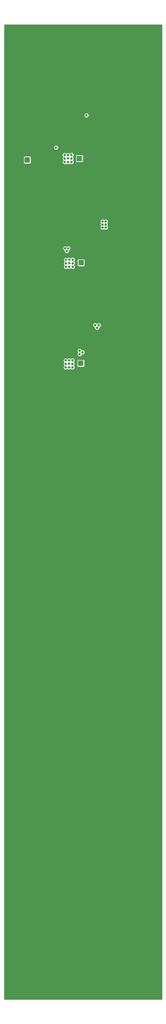
<source format=gbl>
G04 #@! TF.GenerationSoftware,KiCad,Pcbnew,(5.0.1)-4*
G04 #@! TF.CreationDate,2019-06-26T10:02:50-07:00*
G04 #@! TF.ProjectId,Mixed_circuit,4D697865645F636972637569742E6B69,rev?*
G04 #@! TF.SameCoordinates,Original*
G04 #@! TF.FileFunction,Copper,L4,Bot,Signal*
G04 #@! TF.FilePolarity,Positive*
%FSLAX46Y46*%
G04 Gerber Fmt 4.6, Leading zero omitted, Abs format (unit mm)*
G04 Created by KiCad (PCBNEW (5.0.1)-4) date 6/26/2019 10:02:50 AM*
%MOMM*%
%LPD*%
G01*
G04 APERTURE LIST*
G04 #@! TA.AperFunction,ViaPad*
%ADD10C,0.350000*%
G04 #@! TD*
G04 #@! TA.AperFunction,ComponentPad*
%ADD11C,0.350000*%
G04 #@! TD*
G04 #@! TA.AperFunction,ComponentPad*
%ADD12R,1.700000X1.700000*%
G04 #@! TD*
G04 #@! TA.AperFunction,ComponentPad*
%ADD13O,1.700000X1.700000*%
G04 #@! TD*
G04 #@! TA.AperFunction,ComponentPad*
%ADD14C,0.600000*%
G04 #@! TD*
G04 #@! TA.AperFunction,ViaPad*
%ADD15C,0.600000*%
G04 #@! TD*
G04 #@! TA.AperFunction,ViaPad*
%ADD16C,0.800000*%
G04 #@! TD*
G04 #@! TA.AperFunction,Conductor*
%ADD17C,0.254000*%
G04 #@! TD*
G04 APERTURE END LIST*
D10*
G04 #@! TO.N,GND*
G04 #@! TO.C,U3*
X32700000Y-57670000D03*
X32700000Y-56950000D03*
X32700000Y-56230000D03*
G04 #@! TD*
D11*
G04 #@! TO.P,U4,9*
G04 #@! TO.N,GND*
X43775000Y-89750000D03*
X43225000Y-89750000D03*
X43775000Y-90400000D03*
X43225000Y-90400000D03*
X43775000Y-89100000D03*
X43225000Y-89100000D03*
G04 #@! TD*
D12*
G04 #@! TO.P,J1,1*
G04 #@! TO.N,Net-(J1-Pad1)*
X24550000Y-65550000D03*
G04 #@! TD*
G04 #@! TO.P,J2,1*
G04 #@! TO.N,+5V*
X41300000Y-65100000D03*
D13*
G04 #@! TO.P,J2,2*
G04 #@! TO.N,GND*
X43840000Y-65100000D03*
G04 #@! TD*
G04 #@! TO.P,J3,2*
G04 #@! TO.N,GND*
X44280000Y-130770000D03*
D12*
G04 #@! TO.P,J3,1*
G04 #@! TO.N,+5V*
X41740000Y-130770000D03*
G04 #@! TD*
G04 #@! TO.P,J4,1*
G04 #@! TO.N,+5V*
X41850000Y-98500000D03*
D13*
G04 #@! TO.P,J4,2*
G04 #@! TO.N,GND*
X44390000Y-98500000D03*
G04 #@! TD*
D14*
G04 #@! TO.P,U5,5*
G04 #@! TO.N,GND*
X42250000Y-55100000D03*
X43600000Y-55100000D03*
X44950000Y-55100000D03*
X43600000Y-56200000D03*
X43600000Y-57200000D03*
G04 #@! TD*
G04 #@! TO.P,U6,4*
G04 #@! TO.N,GND*
X41820000Y-31090000D03*
X40680000Y-31090000D03*
G04 #@! TO.P,U6,2*
X41820000Y-33490000D03*
X40680000Y-33490000D03*
G04 #@! TD*
D15*
G04 #@! TO.N,GND*
G04 #@! TO.C,U7*
X41090000Y-156010000D03*
X39820000Y-156010000D03*
X38550000Y-156010000D03*
D14*
G04 #@! TD*
G04 #@! TO.P,U7,2*
G04 #@! TO.N,GND*
X38550000Y-154510000D03*
D15*
G04 #@! TO.N,GND*
G04 #@! TO.C,U7*
X39820000Y-154510000D03*
X41090000Y-154510000D03*
X42360000Y-154510000D03*
X43630000Y-154510000D03*
X43630000Y-153010000D03*
X42360000Y-153010000D03*
X41090000Y-153010000D03*
G04 #@! TD*
D14*
G04 #@! TO.P,R7,3*
G04 #@! TO.N,GND*
X34970000Y-198500000D03*
G04 #@! TD*
G04 #@! TO.P,R8,3*
G04 #@! TO.N,GND*
X30210000Y-297000000D03*
G04 #@! TD*
G04 #@! TO.P,R9,3*
G04 #@! TO.N,GND*
X46210000Y-277000000D03*
G04 #@! TD*
G04 #@! TO.P,R10,3*
G04 #@! TO.N,GND*
X46210000Y-317000000D03*
G04 #@! TD*
G04 #@! TO.P,R11,3*
G04 #@! TO.N,GND*
X35250000Y-242420000D03*
G04 #@! TD*
D16*
G04 #@! TO.N,GND*
X47030000Y-51260000D03*
X33070000Y-67760000D03*
X34310000Y-65520000D03*
X46680000Y-92470000D03*
X41130000Y-93960000D03*
X34890000Y-58970000D03*
X46400000Y-65090000D03*
X46400000Y-63900000D03*
X47560000Y-63940000D03*
X48740000Y-63990000D03*
X48750000Y-65170000D03*
X47600000Y-65120000D03*
X47590000Y-66310000D03*
X46450000Y-66290000D03*
X48730000Y-66330000D03*
X48230000Y-99690000D03*
X47090000Y-99670000D03*
X49370000Y-99710000D03*
X49390000Y-98550000D03*
X47040000Y-98470000D03*
X48200000Y-97320000D03*
X48240000Y-98500000D03*
X49380000Y-97370000D03*
X47040000Y-97280000D03*
X49160000Y-130850000D03*
X49140000Y-132010000D03*
X46860000Y-131970000D03*
X47970000Y-129620000D03*
X46810000Y-129580000D03*
X48000000Y-131990000D03*
X46810000Y-130770000D03*
X49150000Y-129670000D03*
X48010000Y-130800000D03*
X20000000Y-30000000D03*
X18250000Y-30000000D03*
X21750000Y-30000000D03*
X23250000Y-30000000D03*
X24000000Y-31000000D03*
X25250000Y-31000000D03*
X26500000Y-31000000D03*
X27750000Y-31000000D03*
X29000000Y-31000000D03*
X30250000Y-31000000D03*
X31500000Y-31000000D03*
X32750000Y-31000000D03*
X34000000Y-31000000D03*
X35250000Y-31000000D03*
X36500000Y-31000000D03*
X37750000Y-31000000D03*
X39000000Y-31000000D03*
X26650000Y-33600000D03*
X36650000Y-33600000D03*
X29150000Y-33600000D03*
X30400000Y-33600000D03*
X32900000Y-33600000D03*
X37900000Y-33600000D03*
X25400000Y-33600000D03*
X24150000Y-33600000D03*
X35400000Y-33600000D03*
X27900000Y-33600000D03*
X31650000Y-33600000D03*
X34150000Y-33600000D03*
X23250000Y-34500000D03*
X21750000Y-34500000D03*
X20250000Y-34500000D03*
X18500000Y-34500000D03*
X39150000Y-33600000D03*
X46750000Y-31000000D03*
X56750000Y-31000000D03*
X49250000Y-31000000D03*
X50500000Y-31000000D03*
X53000000Y-31000000D03*
X58000000Y-31000000D03*
X45500000Y-31000000D03*
X44250000Y-31000000D03*
X55500000Y-31000000D03*
X48000000Y-31000000D03*
X51750000Y-31000000D03*
X54250000Y-31000000D03*
X43250000Y-31000000D03*
X59250000Y-31000000D03*
X60500000Y-31000000D03*
X61750000Y-30750000D03*
X62500000Y-30000000D03*
X63750000Y-30000000D03*
X65250000Y-30000000D03*
X67000000Y-30000000D03*
X59250000Y-33500000D03*
X60500000Y-33500000D03*
X50500000Y-33500000D03*
X46750000Y-33500000D03*
X53000000Y-33500000D03*
X48000000Y-33500000D03*
X58000000Y-33500000D03*
X45500000Y-33500000D03*
X55500000Y-33500000D03*
X54250000Y-33500000D03*
X56750000Y-33500000D03*
X49250000Y-33500000D03*
X51750000Y-33500000D03*
X43250000Y-33500000D03*
X44250000Y-33500000D03*
X61750000Y-33750000D03*
X62500000Y-34500000D03*
X64000000Y-34500000D03*
X65500000Y-34500000D03*
X67000000Y-34500000D03*
X26000000Y-55450000D03*
X28500000Y-55450000D03*
X18000000Y-54500000D03*
X29750000Y-55450000D03*
X23000000Y-54500000D03*
X24750000Y-55450000D03*
X23500000Y-55450000D03*
X19750000Y-54500000D03*
X21500000Y-54500000D03*
X27250000Y-55450000D03*
X31000000Y-55450000D03*
X20000000Y-58750000D03*
X18250000Y-58750000D03*
X21500000Y-58750000D03*
X26000000Y-57950000D03*
X23500000Y-57950000D03*
X24750000Y-57950000D03*
X29750000Y-57950000D03*
X28500000Y-57950000D03*
X27250000Y-57950000D03*
X31000000Y-57950000D03*
X46150000Y-55450000D03*
X56150000Y-55450000D03*
X48650000Y-55450000D03*
X49900000Y-55450000D03*
X52400000Y-55450000D03*
X57400000Y-55450000D03*
X54900000Y-55450000D03*
X47400000Y-55450000D03*
X51150000Y-55450000D03*
X53650000Y-55450000D03*
X46250000Y-57950000D03*
X57500000Y-57950000D03*
X51250000Y-57950000D03*
X53750000Y-57950000D03*
X50000000Y-57950000D03*
X47500000Y-57950000D03*
X48750000Y-57950000D03*
X56250000Y-57950000D03*
X52500000Y-57950000D03*
X55000000Y-57950000D03*
X39500000Y-57950000D03*
X38250000Y-57950000D03*
X35750000Y-57950000D03*
X34500000Y-57950000D03*
X37000000Y-57950000D03*
X38250000Y-55450000D03*
X40750000Y-55450000D03*
X39500000Y-55450000D03*
X35750000Y-55450000D03*
X37000000Y-55450000D03*
X32000000Y-55250000D03*
X33250000Y-55250000D03*
X40750000Y-57950000D03*
X41750000Y-58500000D03*
X43000000Y-58500000D03*
X44250000Y-58500000D03*
X45500000Y-58500000D03*
X58650000Y-55450000D03*
X59900000Y-55450000D03*
X61150000Y-55450000D03*
X62250000Y-54500000D03*
X63750000Y-54500000D03*
X65250000Y-54500000D03*
X67000000Y-54500000D03*
X58750000Y-57950000D03*
X60000000Y-57950000D03*
X61250000Y-57950000D03*
X62250000Y-58750000D03*
X63750000Y-58750000D03*
X65250000Y-58750000D03*
X67000000Y-58750000D03*
X21500000Y-87250000D03*
X23000000Y-87250000D03*
X19750000Y-87250000D03*
X18000000Y-87250000D03*
X42250000Y-88000000D03*
X43500000Y-88000000D03*
X44750000Y-88000000D03*
X45950000Y-88200000D03*
X47200000Y-88200000D03*
X24500000Y-90700000D03*
X29500000Y-90700000D03*
X19750000Y-91500000D03*
X27000000Y-90700000D03*
X18000000Y-91500000D03*
X23250000Y-90700000D03*
X22750000Y-91500000D03*
X28250000Y-90700000D03*
X25750000Y-90700000D03*
X21250000Y-91500000D03*
X34000000Y-90700000D03*
X36500000Y-90700000D03*
X32750000Y-90700000D03*
X35250000Y-90700000D03*
X31500000Y-90700000D03*
X40250000Y-90700000D03*
X39000000Y-90700000D03*
X40000000Y-92750000D03*
X42500000Y-92750000D03*
X42500000Y-91500000D03*
X44250000Y-91500000D03*
X44250000Y-92750000D03*
X49050000Y-90700000D03*
X51550000Y-90700000D03*
X47800000Y-90700000D03*
X50300000Y-90700000D03*
X46550000Y-90700000D03*
X55300000Y-90700000D03*
X54050000Y-90700000D03*
X52800000Y-90700000D03*
X57750000Y-91250000D03*
X58750000Y-90800000D03*
X60000000Y-90800000D03*
X61250000Y-90800000D03*
X62250000Y-91500000D03*
X63750000Y-91500000D03*
X65500000Y-91500000D03*
X67250000Y-91500000D03*
X45250000Y-86750000D03*
X45250000Y-85500000D03*
X50750000Y-88200000D03*
X62000000Y-88200000D03*
X55750000Y-88200000D03*
X58250000Y-88200000D03*
X54500000Y-88200000D03*
X52000000Y-88200000D03*
X53250000Y-88200000D03*
X60750000Y-88200000D03*
X57000000Y-88200000D03*
X59500000Y-88200000D03*
X62500000Y-87500000D03*
X63750000Y-87500000D03*
X65500000Y-87500000D03*
X67250000Y-87500000D03*
X26000000Y-120550000D03*
X36000000Y-120550000D03*
X28500000Y-120550000D03*
X18000000Y-119500000D03*
X29750000Y-120550000D03*
X32250000Y-120550000D03*
X23000000Y-119500000D03*
X37250000Y-120550000D03*
X24750000Y-120550000D03*
X23500000Y-120550000D03*
X19750000Y-119500000D03*
X34750000Y-120550000D03*
X21500000Y-119500000D03*
X27250000Y-120550000D03*
X31000000Y-120550000D03*
X33500000Y-120550000D03*
X38500000Y-120550000D03*
X39750000Y-120550000D03*
X41000000Y-120500000D03*
X42250000Y-120250000D03*
X44250000Y-120550000D03*
X45500000Y-120550000D03*
X24750000Y-122950000D03*
X29750000Y-122950000D03*
X20000000Y-123750000D03*
X27250000Y-122950000D03*
X18250000Y-123750000D03*
X23500000Y-122950000D03*
X23000000Y-123750000D03*
X28500000Y-122950000D03*
X26000000Y-122950000D03*
X21500000Y-123750000D03*
X31000000Y-122950000D03*
X38500000Y-122950000D03*
X33500000Y-122950000D03*
X34750000Y-122950000D03*
X36000000Y-122950000D03*
X37250000Y-122950000D03*
X39750000Y-122950000D03*
X31750000Y-124000000D03*
X33000000Y-124000000D03*
X40750000Y-123250000D03*
X51200000Y-122950000D03*
X49950000Y-122950000D03*
X47450000Y-122950000D03*
X52450000Y-122950000D03*
X54950000Y-122950000D03*
X53700000Y-122950000D03*
X57450000Y-122950000D03*
X46200000Y-122950000D03*
X56200000Y-122950000D03*
X48700000Y-122950000D03*
X67250000Y-123750000D03*
X59950000Y-122950000D03*
X65500000Y-123750000D03*
X64000000Y-123750000D03*
X61200000Y-122950000D03*
X58700000Y-122950000D03*
X62500000Y-123750000D03*
X53600000Y-120550000D03*
X52350000Y-120550000D03*
X51100000Y-120550000D03*
X58800000Y-120550000D03*
X54850000Y-120550000D03*
X61300000Y-120550000D03*
X60050000Y-120550000D03*
X65000000Y-119750000D03*
X66750000Y-119750000D03*
X62000000Y-119750000D03*
X63250000Y-119750000D03*
X49850000Y-120550000D03*
X48600000Y-120550000D03*
X56250000Y-120000000D03*
X57750000Y-120000000D03*
X63750000Y-155250000D03*
X65250000Y-155250000D03*
X67000000Y-155250000D03*
X59250000Y-156200000D03*
X60500000Y-156200000D03*
X50500000Y-156200000D03*
X46750000Y-156200000D03*
X61750000Y-156250000D03*
X53000000Y-156200000D03*
X62500000Y-155250000D03*
X48000000Y-156200000D03*
X58000000Y-156200000D03*
X45600000Y-156200000D03*
X55500000Y-156200000D03*
X54250000Y-156200000D03*
X56750000Y-156200000D03*
X49250000Y-156200000D03*
X51750000Y-156200000D03*
X61750000Y-158750000D03*
X58100000Y-158700000D03*
X45600000Y-158700000D03*
X48100000Y-158700000D03*
X50600000Y-158700000D03*
X53100000Y-158700000D03*
X60600000Y-158700000D03*
X59350000Y-158700000D03*
X46850000Y-158700000D03*
X64000000Y-159500000D03*
X67000000Y-159500000D03*
X65500000Y-159500000D03*
X62500000Y-159500000D03*
X54350000Y-158700000D03*
X55600000Y-158700000D03*
X56850000Y-158700000D03*
X49350000Y-158700000D03*
X51850000Y-158700000D03*
X26000000Y-150300000D03*
X36000000Y-150300000D03*
X28500000Y-150300000D03*
X18000000Y-149250000D03*
X29750000Y-150300000D03*
X32250000Y-150300000D03*
X23000000Y-149250000D03*
X24750000Y-150300000D03*
X23500000Y-150300000D03*
X19750000Y-149250000D03*
X34750000Y-150300000D03*
X21500000Y-149250000D03*
X27250000Y-150300000D03*
X31000000Y-150300000D03*
X33500000Y-150300000D03*
X37250000Y-149750000D03*
X38500000Y-149750000D03*
X39750000Y-149750000D03*
X41000000Y-149750000D03*
X42500000Y-149750000D03*
X43750000Y-149750000D03*
X45250000Y-149750000D03*
X45750000Y-151000000D03*
X45750000Y-152250000D03*
X45750000Y-153750000D03*
X45750000Y-155250000D03*
X20000000Y-153500000D03*
X18250000Y-153500000D03*
X21500000Y-153500000D03*
X32350000Y-152700000D03*
X34850000Y-152700000D03*
X36100000Y-152700000D03*
X26100000Y-152700000D03*
X23600000Y-152700000D03*
X33600000Y-152700000D03*
X24850000Y-152700000D03*
X29850000Y-152700000D03*
X28600000Y-152700000D03*
X27350000Y-152700000D03*
X31100000Y-152700000D03*
X23000000Y-153500000D03*
X37000000Y-153500000D03*
X37000000Y-154750000D03*
X37000000Y-156000000D03*
X37000000Y-157500000D03*
X37000000Y-159000000D03*
X38500000Y-159000000D03*
X39750000Y-159000000D03*
X41000000Y-159000000D03*
X42500000Y-159250000D03*
X44500000Y-159250000D03*
X23000000Y-196250000D03*
X23500000Y-197200000D03*
X24750000Y-197200000D03*
X26000000Y-197200000D03*
X19750000Y-196250000D03*
X21500000Y-196250000D03*
X27250000Y-197200000D03*
X18000000Y-196250000D03*
X28500000Y-197200000D03*
X29750000Y-197200000D03*
X31000000Y-197200000D03*
X32250000Y-196950000D03*
X33250000Y-196500000D03*
X34250000Y-196000000D03*
X35500000Y-196000000D03*
X36800000Y-196500000D03*
X37950000Y-196550000D03*
X39200000Y-196550000D03*
X40450000Y-196550000D03*
X41700000Y-196550000D03*
X42950000Y-196550000D03*
X44200000Y-196550000D03*
X45450000Y-196550000D03*
X46700000Y-196550000D03*
X46950000Y-195500000D03*
X46950000Y-194250000D03*
X46950000Y-193000000D03*
X46950000Y-191750000D03*
X46950000Y-190500000D03*
X46950000Y-189250000D03*
X46950000Y-188000000D03*
X46950000Y-186750000D03*
X46950000Y-185500000D03*
X46950000Y-184250000D03*
X46950000Y-182750000D03*
X46950000Y-181500000D03*
X47400000Y-180200000D03*
X48500000Y-179400000D03*
X50050000Y-179450000D03*
X51550000Y-179450000D03*
X52800000Y-179450000D03*
X54050000Y-179450000D03*
X55550000Y-179450000D03*
X57050000Y-179450000D03*
X58300000Y-179450000D03*
X59550000Y-179450000D03*
X61050000Y-179450000D03*
X62500000Y-178500000D03*
X64000000Y-178500000D03*
X65500000Y-178500000D03*
X67250000Y-178500000D03*
X28500000Y-199800000D03*
X32250000Y-199800000D03*
X18250000Y-200500000D03*
X27250000Y-199800000D03*
X24750000Y-199800000D03*
X20000000Y-200500000D03*
X31000000Y-199800000D03*
X26000000Y-199800000D03*
X21500000Y-200500000D03*
X23500000Y-199800000D03*
X29750000Y-199800000D03*
X23000000Y-200500000D03*
X33100000Y-200700000D03*
X34500000Y-201300000D03*
X35900000Y-201200000D03*
X37000000Y-200550000D03*
X38250000Y-200550000D03*
X39750000Y-200550000D03*
X41250000Y-200550000D03*
X42750000Y-200550000D03*
X44500000Y-200550000D03*
X46000000Y-200550000D03*
X47500000Y-200550000D03*
X49000000Y-200550000D03*
X50500000Y-200550000D03*
X52000000Y-200550000D03*
X53750000Y-200550000D03*
X55250000Y-200550000D03*
X57000000Y-200550000D03*
X58500000Y-200550000D03*
X60000000Y-200550000D03*
X61500000Y-200550000D03*
X62500000Y-201500000D03*
X64000000Y-201500000D03*
X65750000Y-201500000D03*
X67250000Y-201500000D03*
X51650000Y-197950000D03*
X67000000Y-197000000D03*
X54150000Y-197950000D03*
X49200000Y-197900000D03*
X57900000Y-197950000D03*
X52900000Y-197950000D03*
X59150000Y-197950000D03*
X61700000Y-197700000D03*
X50400000Y-197950000D03*
X62500000Y-197000000D03*
X55400000Y-197950000D03*
X56650000Y-197950000D03*
X60400000Y-197950000D03*
X65250000Y-197000000D03*
X63750000Y-197000000D03*
X49550000Y-197000000D03*
X49550000Y-187000000D03*
X49550000Y-184250000D03*
X49550000Y-190750000D03*
X49550000Y-193250000D03*
X49550000Y-183000000D03*
X49550000Y-194500000D03*
X49550000Y-192000000D03*
X49550000Y-195750000D03*
X49550000Y-185750000D03*
X49550000Y-188250000D03*
X49550000Y-189500000D03*
X58300000Y-181950000D03*
X53300000Y-181950000D03*
X67000000Y-182750000D03*
X65500000Y-182750000D03*
X54550000Y-181950000D03*
X55800000Y-181950000D03*
X64000000Y-182750000D03*
X62500000Y-182750000D03*
X57050000Y-181950000D03*
X49550000Y-181950000D03*
X52050000Y-181950000D03*
X59550000Y-181950000D03*
X50800000Y-181950000D03*
X60800000Y-181950000D03*
X54050000Y-223550000D03*
X49400000Y-223700000D03*
X57050000Y-223550000D03*
X55550000Y-223550000D03*
X58300000Y-223550000D03*
X59550000Y-223550000D03*
X61050000Y-223550000D03*
X65500000Y-222500000D03*
X67250000Y-222500000D03*
X62500000Y-222500000D03*
X52800000Y-223550000D03*
X51550000Y-223550000D03*
X64000000Y-222500000D03*
X48550000Y-230550000D03*
X48550000Y-227800000D03*
X48550000Y-234300000D03*
X48550000Y-236800000D03*
X48500000Y-240400000D03*
X48550000Y-226550000D03*
X48550000Y-238050000D03*
X48550000Y-235550000D03*
X48550000Y-239300000D03*
X48550000Y-229300000D03*
X48550000Y-231800000D03*
X48550000Y-233050000D03*
X48550000Y-225050000D03*
X47150000Y-240450000D03*
X45900000Y-240450000D03*
X44400000Y-240450000D03*
X42900000Y-240450000D03*
X41400000Y-240200000D03*
X40700000Y-239100000D03*
X39700000Y-238000000D03*
X38600000Y-237000000D03*
X37400000Y-236400000D03*
X35900000Y-236100000D03*
X34300000Y-236200000D03*
X32900000Y-236500000D03*
X31600000Y-237200000D03*
X30600000Y-238200000D03*
X29700000Y-239400000D03*
X29200000Y-240600000D03*
X23000000Y-240250000D03*
X24750000Y-241200000D03*
X26000000Y-241200000D03*
X19750000Y-240250000D03*
X18000000Y-240250000D03*
X21500000Y-240250000D03*
X27250000Y-241200000D03*
X23500000Y-241200000D03*
X28500000Y-241200000D03*
X18000000Y-244500000D03*
X21250000Y-244500000D03*
X19750000Y-244500000D03*
X24500000Y-243600000D03*
X28250000Y-243600000D03*
X23250000Y-243600000D03*
X29100000Y-243800000D03*
X22750000Y-244500000D03*
X27000000Y-243600000D03*
X25750000Y-243600000D03*
X29500000Y-245000000D03*
X30200000Y-246300000D03*
X31300000Y-247400000D03*
X32600000Y-248200000D03*
X34000000Y-248700000D03*
X35500000Y-248700000D03*
X37200000Y-248500000D03*
X38600000Y-247900000D03*
X39700000Y-247100000D03*
X40500000Y-245900000D03*
X41200000Y-244900000D03*
X46250000Y-244450000D03*
X50750000Y-244450000D03*
X47750000Y-244450000D03*
X44750000Y-244450000D03*
X49250000Y-244450000D03*
X64250000Y-245500000D03*
X54000000Y-244450000D03*
X57250000Y-244450000D03*
X55500000Y-244450000D03*
X67500000Y-245500000D03*
X52250000Y-244450000D03*
X61750000Y-244450000D03*
X58750000Y-244450000D03*
X60250000Y-244450000D03*
X62750000Y-245500000D03*
X66000000Y-245500000D03*
X43500000Y-244450000D03*
X42250000Y-244450000D03*
X54350000Y-241850000D03*
X58100000Y-241850000D03*
X67000000Y-241000000D03*
X53100000Y-241850000D03*
X61700000Y-241800000D03*
X50900000Y-241800000D03*
X59350000Y-241850000D03*
X62500000Y-241000000D03*
X55600000Y-241850000D03*
X56850000Y-241850000D03*
X60600000Y-241850000D03*
X51850000Y-241850000D03*
X65250000Y-241000000D03*
X63750000Y-241000000D03*
X51100000Y-226100000D03*
X52350000Y-226100000D03*
X51100000Y-235000000D03*
X51100000Y-236250000D03*
X51100000Y-230000000D03*
X51100000Y-238750000D03*
X51100000Y-227250000D03*
X51100000Y-237500000D03*
X51100000Y-228500000D03*
X51100000Y-231250000D03*
X51100000Y-232500000D03*
X51100000Y-233750000D03*
X51100000Y-240500000D03*
X65500000Y-227000000D03*
X60600000Y-226100000D03*
X62500000Y-227000000D03*
X59350000Y-226100000D03*
X64000000Y-227000000D03*
X67000000Y-227000000D03*
X53850000Y-226100000D03*
X55100000Y-226100000D03*
X56350000Y-226100000D03*
X57600000Y-226100000D03*
X21500000Y-294750000D03*
X26100000Y-295700000D03*
X27350000Y-295700000D03*
X23000000Y-294750000D03*
X24850000Y-295700000D03*
X23600000Y-295700000D03*
X18000000Y-294750000D03*
X19750000Y-294750000D03*
X28250000Y-294900000D03*
X29300000Y-294200000D03*
X30600000Y-293900000D03*
X31900000Y-294400000D03*
X33100000Y-294950000D03*
X34350000Y-294950000D03*
X35600000Y-294950000D03*
X36700000Y-295000000D03*
X36700000Y-293800000D03*
X36700000Y-292550000D03*
X36700000Y-291050000D03*
X36700000Y-289800000D03*
X36700000Y-288550000D03*
X36700000Y-287300000D03*
X36700000Y-285800000D03*
X36700000Y-284550000D03*
X36700000Y-283300000D03*
X36700000Y-281800000D03*
X36700000Y-280300000D03*
X36700000Y-278800000D03*
X36700000Y-277300000D03*
X37300000Y-276100000D03*
X38600000Y-275600000D03*
X40000000Y-275700000D03*
X41500000Y-275700000D03*
X43000000Y-275700000D03*
X44100000Y-275000000D03*
X45100000Y-274300000D03*
X46250000Y-274100000D03*
X47600000Y-274400000D03*
X48750000Y-274950000D03*
X50000000Y-274950000D03*
X51250000Y-274950000D03*
X52500000Y-274950000D03*
X53700000Y-275000000D03*
X53700000Y-273750000D03*
X53700000Y-272250000D03*
X53700000Y-270750000D03*
X53700000Y-269500000D03*
X53700000Y-268250000D03*
X53700000Y-266750000D03*
X55200000Y-265700000D03*
X56700000Y-265700000D03*
X58200000Y-265700000D03*
X59700000Y-265700000D03*
X61200000Y-265700000D03*
X62500000Y-265000000D03*
X64000000Y-265000000D03*
X65500000Y-265000000D03*
X67000000Y-265000000D03*
X61850000Y-268300000D03*
X57350000Y-268300000D03*
X62750000Y-269250000D03*
X64250000Y-269250000D03*
X66000000Y-269250000D03*
X60350000Y-268300000D03*
X67500000Y-269250000D03*
X58850000Y-268300000D03*
X56300000Y-268300000D03*
X56300000Y-269500000D03*
X56300000Y-270750000D03*
X56300000Y-272250000D03*
X56300000Y-273750000D03*
X56300000Y-275000000D03*
X55900000Y-276800000D03*
X56300000Y-278000000D03*
X56300000Y-279500000D03*
X56300000Y-280750000D03*
X56300000Y-282250000D03*
X56300000Y-283500000D03*
X56300000Y-285000000D03*
X57000000Y-285700000D03*
X58250000Y-285700000D03*
X59500000Y-285700000D03*
X60750000Y-285700000D03*
X61900000Y-285700000D03*
X63000000Y-284750000D03*
X64500000Y-284750000D03*
X66000000Y-284750000D03*
X67250000Y-284750000D03*
X27250000Y-298300000D03*
X20000000Y-299000000D03*
X24750000Y-298300000D03*
X23500000Y-298300000D03*
X23000000Y-299000000D03*
X21500000Y-299000000D03*
X18250000Y-299000000D03*
X26000000Y-298300000D03*
X27900000Y-299000000D03*
X29100000Y-299700000D03*
X30500000Y-300000000D03*
X31800000Y-299600000D03*
X32900000Y-299050000D03*
X34150000Y-299050000D03*
X35650000Y-299050000D03*
X36700000Y-299000000D03*
X36700000Y-300250000D03*
X36700000Y-301500000D03*
X36700000Y-303000000D03*
X36700000Y-304500000D03*
X36700000Y-306000000D03*
X36700000Y-307500000D03*
X36700000Y-309000000D03*
X36700000Y-310500000D03*
X36700000Y-312000000D03*
X36700000Y-313500000D03*
X36700000Y-315000000D03*
X36700000Y-316500000D03*
X37500000Y-318000000D03*
X39050000Y-318300000D03*
X40300000Y-318300000D03*
X41550000Y-318300000D03*
X42800000Y-318300000D03*
X43900000Y-318900000D03*
X44800000Y-319800000D03*
X46100000Y-320200000D03*
X47400000Y-319800000D03*
X48400000Y-319100000D03*
X49850000Y-318950000D03*
X51100000Y-318950000D03*
X52350000Y-318950000D03*
X53700000Y-319000000D03*
X53700000Y-320200000D03*
X53700000Y-321700000D03*
X53700000Y-323200000D03*
X53700000Y-324700000D03*
X53700000Y-326200000D03*
X54300000Y-327700000D03*
X55750000Y-328300000D03*
X57000000Y-328300000D03*
X58500000Y-328300000D03*
X59750000Y-328300000D03*
X61250000Y-328300000D03*
X62250000Y-329000000D03*
X63750000Y-329000000D03*
X65250000Y-329000000D03*
X67000000Y-329000000D03*
X54400000Y-287700000D03*
X55750000Y-288300000D03*
X65250000Y-289000000D03*
X59750000Y-288300000D03*
X61250000Y-288300000D03*
X67000000Y-289000000D03*
X57000000Y-288300000D03*
X62250000Y-289000000D03*
X63750000Y-289000000D03*
X58500000Y-288300000D03*
X53700000Y-286250000D03*
X53700000Y-284750000D03*
X53700000Y-283500000D03*
X53700000Y-282250000D03*
X53700000Y-281000000D03*
X53700000Y-279500000D03*
X52700000Y-279050000D03*
X51500000Y-279050000D03*
X50000000Y-279050000D03*
X48500000Y-279050000D03*
X47500000Y-279700000D03*
X46250000Y-280000000D03*
X44900000Y-279600000D03*
X43900000Y-278900000D03*
X43100000Y-278300000D03*
X41600000Y-278300000D03*
X40350000Y-278300000D03*
X39300000Y-278300000D03*
X39300000Y-279500000D03*
X39300000Y-280750000D03*
X39300000Y-282000000D03*
X39300000Y-283500000D03*
X39300000Y-285000000D03*
X39300000Y-286500000D03*
X39300000Y-288000000D03*
X39300000Y-289500000D03*
X39300000Y-291000000D03*
X39300000Y-292500000D03*
X39300000Y-294000000D03*
X39300000Y-295500000D03*
X38900000Y-297000000D03*
X39300000Y-298500000D03*
X39300000Y-299750000D03*
X39300000Y-301250000D03*
X39300000Y-302750000D03*
X39300000Y-304250000D03*
X39300000Y-305750000D03*
X39300000Y-307250000D03*
X39300000Y-308750000D03*
X39300000Y-310250000D03*
X39300000Y-311750000D03*
X39300000Y-313250000D03*
X39300000Y-314750000D03*
X39500000Y-315700000D03*
X41000000Y-315700000D03*
X42500000Y-315700000D03*
X43750000Y-315700000D03*
X44400000Y-314700000D03*
X45500000Y-314000000D03*
X46800000Y-313900000D03*
X48000000Y-314600000D03*
X49250000Y-315050000D03*
X50750000Y-315050000D03*
X52250000Y-315050000D03*
X53700000Y-315000000D03*
X53700000Y-313650000D03*
X53700000Y-312400000D03*
X53700000Y-311150000D03*
X53700000Y-309900000D03*
X53700000Y-308650000D03*
X53700000Y-307400000D03*
X54200000Y-306100000D03*
X55600000Y-305700000D03*
X57100000Y-305700000D03*
X58350000Y-305700000D03*
X59850000Y-305700000D03*
X61350000Y-305700000D03*
X62500000Y-305000000D03*
X64000000Y-305000000D03*
X65750000Y-305000000D03*
X67250000Y-305000000D03*
X58150000Y-325700000D03*
X60650000Y-325700000D03*
X56650000Y-325700000D03*
X61900000Y-325300000D03*
X56300000Y-324900000D03*
X59400000Y-325700000D03*
X63000000Y-324750000D03*
X67250000Y-324750000D03*
X66000000Y-324750000D03*
X64500000Y-324750000D03*
X56300000Y-309500000D03*
X56300000Y-308300000D03*
X61750000Y-308300000D03*
X57250000Y-308300000D03*
X66000000Y-309250000D03*
X67500000Y-309250000D03*
X60250000Y-308300000D03*
X62750000Y-309250000D03*
X58750000Y-308300000D03*
X64250000Y-309250000D03*
X56300000Y-323400000D03*
X56300000Y-322150000D03*
X56300000Y-320900000D03*
X56300000Y-319650000D03*
X56300000Y-318400000D03*
X55900000Y-317100000D03*
X56300000Y-316000000D03*
X56300000Y-314750000D03*
X56300000Y-313250000D03*
X56300000Y-312000000D03*
X56300000Y-310750000D03*
X24000000Y-28000000D03*
X24000000Y-25500000D03*
X22500000Y-25500000D03*
X21000000Y-25500000D03*
X19500000Y-25500000D03*
X18000000Y-25500000D03*
X18000000Y-23500000D03*
X19500000Y-23500000D03*
X21000000Y-23500000D03*
X22500000Y-23500000D03*
X24000000Y-23500000D03*
X26250000Y-28000000D03*
X28750000Y-28000000D03*
X31000000Y-28000000D03*
X33500000Y-28000000D03*
X36000000Y-28000000D03*
X38500000Y-28000000D03*
X41000000Y-28000000D03*
X43500000Y-28000000D03*
X45500000Y-28000000D03*
X48500000Y-28000000D03*
X51250000Y-28000000D03*
X54000000Y-28000000D03*
X57000000Y-28000000D03*
X59500000Y-28000000D03*
X61000000Y-25500000D03*
X61000000Y-23500000D03*
X62500000Y-25500000D03*
X62500000Y-23500000D03*
X64000000Y-23500000D03*
X67000000Y-25500000D03*
X64000000Y-25500000D03*
X65500000Y-25500000D03*
X65500000Y-23500000D03*
X67000000Y-23500000D03*
X53750000Y-24750000D03*
X56750000Y-24750000D03*
X51000000Y-24750000D03*
X59250000Y-24750000D03*
X28500000Y-24750000D03*
X30750000Y-24750000D03*
X33250000Y-24750000D03*
X35750000Y-24750000D03*
X38250000Y-24750000D03*
X26000000Y-24750000D03*
X40750000Y-24750000D03*
X48250000Y-24750000D03*
X45250000Y-24750000D03*
X43250000Y-24750000D03*
X28000000Y-39250000D03*
X30250000Y-39250000D03*
X32750000Y-39250000D03*
X35250000Y-39250000D03*
X37750000Y-39250000D03*
X25500000Y-39250000D03*
X40250000Y-39250000D03*
X44750000Y-39250000D03*
X42750000Y-39250000D03*
X37500000Y-36000000D03*
X42500000Y-36000000D03*
X35000000Y-36000000D03*
X25250000Y-36000000D03*
X44500000Y-36000000D03*
X30000000Y-36000000D03*
X27750000Y-36000000D03*
X32500000Y-36000000D03*
X40000000Y-36000000D03*
X24000000Y-36750000D03*
X61000000Y-36500000D03*
X67000000Y-40750000D03*
X64000000Y-38750000D03*
X62500000Y-38750000D03*
X61000000Y-38750000D03*
X64000000Y-40750000D03*
X65500000Y-40750000D03*
X67000000Y-38750000D03*
X65500000Y-38750000D03*
X61000000Y-40750000D03*
X62500000Y-40750000D03*
X17750000Y-41000000D03*
X20750000Y-39000000D03*
X19250000Y-41000000D03*
X19250000Y-39000000D03*
X23750000Y-41000000D03*
X17750000Y-39000000D03*
X23750000Y-39000000D03*
X22250000Y-41000000D03*
X22250000Y-39000000D03*
X20750000Y-41000000D03*
X22250000Y-48000000D03*
X20750000Y-48000000D03*
X19250000Y-50000000D03*
X23750000Y-48000000D03*
X17750000Y-50000000D03*
X23750000Y-50000000D03*
X17750000Y-48000000D03*
X22250000Y-50000000D03*
X20750000Y-50000000D03*
X19250000Y-48000000D03*
X18500000Y-63500000D03*
X21500000Y-65500000D03*
X20000000Y-65500000D03*
X20000000Y-63500000D03*
X21500000Y-63500000D03*
X18500000Y-65500000D03*
X61000000Y-50000000D03*
X64000000Y-48000000D03*
X62500000Y-50000000D03*
X62500000Y-48000000D03*
X67000000Y-50000000D03*
X61000000Y-48000000D03*
X67000000Y-48000000D03*
X65500000Y-50000000D03*
X65500000Y-48000000D03*
X64000000Y-50000000D03*
X65750000Y-63250000D03*
X64250000Y-63250000D03*
X67250000Y-65250000D03*
X61250000Y-65250000D03*
X62750000Y-63250000D03*
X67250000Y-63250000D03*
X65750000Y-65250000D03*
X61250000Y-63250000D03*
X62750000Y-65250000D03*
X64250000Y-65250000D03*
X24000000Y-52250000D03*
X29750000Y-48000000D03*
X40000000Y-51250000D03*
X32250000Y-48000000D03*
X27250000Y-48000000D03*
X30000000Y-51250000D03*
X37500000Y-51250000D03*
X35000000Y-51250000D03*
X42000000Y-51250000D03*
X27500000Y-51250000D03*
X39750000Y-48000000D03*
X41750000Y-48000000D03*
X32500000Y-51250000D03*
X37250000Y-48000000D03*
X34750000Y-48000000D03*
X52500000Y-49250000D03*
X47750000Y-52500000D03*
X50250000Y-52500000D03*
X55000000Y-49250000D03*
X55250000Y-52500000D03*
X59750000Y-52500000D03*
X57750000Y-52500000D03*
X52750000Y-52500000D03*
X59500000Y-49250000D03*
X47500000Y-49250000D03*
X57500000Y-49250000D03*
X50000000Y-49250000D03*
X52000000Y-65250000D03*
X55500000Y-65250000D03*
X58500000Y-65250000D03*
X36750000Y-61000000D03*
X40000000Y-61000000D03*
X26000000Y-60250000D03*
X29250000Y-60250000D03*
X29250000Y-62500000D03*
X26000000Y-62500000D03*
X21000000Y-80750000D03*
X18000000Y-82750000D03*
X24000000Y-82750000D03*
X22500000Y-82750000D03*
X19500000Y-80750000D03*
X22500000Y-80750000D03*
X24000000Y-80750000D03*
X18000000Y-80750000D03*
X19500000Y-82750000D03*
X21000000Y-82750000D03*
X22500000Y-115000000D03*
X19500000Y-113000000D03*
X24000000Y-113000000D03*
X21000000Y-115000000D03*
X22500000Y-113000000D03*
X18000000Y-115000000D03*
X21000000Y-113000000D03*
X19500000Y-115000000D03*
X18000000Y-113000000D03*
X24000000Y-115000000D03*
X22500000Y-142750000D03*
X21000000Y-142750000D03*
X18000000Y-142750000D03*
X19500000Y-142750000D03*
X21000000Y-144750000D03*
X22500000Y-144750000D03*
X19500000Y-144750000D03*
X24000000Y-142750000D03*
X24000000Y-144750000D03*
X18000000Y-144750000D03*
X21000000Y-189750000D03*
X22500000Y-189750000D03*
X18000000Y-191750000D03*
X18000000Y-189750000D03*
X21000000Y-191750000D03*
X22500000Y-191750000D03*
X24000000Y-191750000D03*
X19500000Y-191750000D03*
X19500000Y-189750000D03*
X24000000Y-189750000D03*
X18000000Y-233750000D03*
X21000000Y-233750000D03*
X18000000Y-235750000D03*
X19500000Y-235750000D03*
X24000000Y-235750000D03*
X19500000Y-233750000D03*
X24000000Y-233750000D03*
X22500000Y-233750000D03*
X22500000Y-235750000D03*
X21000000Y-235750000D03*
X22250000Y-98000000D03*
X19250000Y-98000000D03*
X20750000Y-98000000D03*
X20750000Y-96000000D03*
X22250000Y-96000000D03*
X17750000Y-98000000D03*
X17750000Y-96000000D03*
X23750000Y-98000000D03*
X23750000Y-96000000D03*
X19250000Y-96000000D03*
X19250000Y-130250000D03*
X22250000Y-130250000D03*
X23750000Y-130250000D03*
X17750000Y-130250000D03*
X23750000Y-128250000D03*
X19250000Y-128250000D03*
X20750000Y-130250000D03*
X17750000Y-128250000D03*
X20750000Y-128250000D03*
X22250000Y-128250000D03*
X23750000Y-158250000D03*
X17750000Y-160250000D03*
X20750000Y-158250000D03*
X19250000Y-160250000D03*
X20750000Y-160250000D03*
X22250000Y-160250000D03*
X19250000Y-158250000D03*
X22250000Y-158250000D03*
X23750000Y-160250000D03*
X17750000Y-158250000D03*
X23750000Y-205000000D03*
X22250000Y-207000000D03*
X22250000Y-205000000D03*
X19250000Y-207000000D03*
X20750000Y-205000000D03*
X23750000Y-207000000D03*
X17750000Y-207000000D03*
X17750000Y-205000000D03*
X19250000Y-205000000D03*
X20750000Y-207000000D03*
X22500000Y-251000000D03*
X19500000Y-251000000D03*
X22500000Y-249000000D03*
X21000000Y-251000000D03*
X24000000Y-251000000D03*
X21000000Y-249000000D03*
X19500000Y-249000000D03*
X24000000Y-249000000D03*
X18000000Y-249000000D03*
X18000000Y-251000000D03*
X22500000Y-290500000D03*
X19500000Y-290500000D03*
X21000000Y-290500000D03*
X21000000Y-288500000D03*
X19500000Y-288500000D03*
X24000000Y-288500000D03*
X18000000Y-288500000D03*
X24000000Y-290500000D03*
X18000000Y-290500000D03*
X22500000Y-288500000D03*
X17750000Y-303500000D03*
X23750000Y-305500000D03*
X17750000Y-305500000D03*
X22250000Y-305500000D03*
X19250000Y-305500000D03*
X20750000Y-305500000D03*
X19250000Y-303500000D03*
X20750000Y-303500000D03*
X23750000Y-303500000D03*
X22250000Y-303500000D03*
X67250000Y-318500000D03*
X65750000Y-318500000D03*
X61250000Y-318500000D03*
X62750000Y-318500000D03*
X64250000Y-318500000D03*
X67250000Y-320500000D03*
X62750000Y-320500000D03*
X61250000Y-320500000D03*
X65750000Y-320500000D03*
X64250000Y-320500000D03*
X67250000Y-313750000D03*
X61250000Y-313750000D03*
X64250000Y-315750000D03*
X67250000Y-315750000D03*
X62750000Y-315750000D03*
X62750000Y-313750000D03*
X65750000Y-313750000D03*
X64250000Y-313750000D03*
X61250000Y-315750000D03*
X65750000Y-315750000D03*
X67250000Y-298250000D03*
X65750000Y-298250000D03*
X61250000Y-298250000D03*
X65750000Y-300250000D03*
X67250000Y-300250000D03*
X62750000Y-300250000D03*
X61250000Y-300250000D03*
X64250000Y-300250000D03*
X64250000Y-298250000D03*
X62750000Y-298250000D03*
X61250000Y-293750000D03*
X65750000Y-293750000D03*
X61250000Y-295750000D03*
X64250000Y-295750000D03*
X67250000Y-295750000D03*
X65750000Y-295750000D03*
X62750000Y-295750000D03*
X64250000Y-293750000D03*
X67250000Y-293750000D03*
X62750000Y-293750000D03*
X67250000Y-278500000D03*
X61250000Y-278500000D03*
X64250000Y-280500000D03*
X64250000Y-278500000D03*
X65750000Y-280500000D03*
X67250000Y-280500000D03*
X65750000Y-278500000D03*
X62750000Y-280500000D03*
X61250000Y-280500000D03*
X62750000Y-278500000D03*
X65750000Y-275750000D03*
X62750000Y-275750000D03*
X67250000Y-273750000D03*
X64250000Y-275750000D03*
X64250000Y-273750000D03*
X67250000Y-275750000D03*
X61250000Y-275750000D03*
X62750000Y-273750000D03*
X61250000Y-273750000D03*
X65750000Y-273750000D03*
X67250000Y-258250000D03*
X65750000Y-258250000D03*
X64250000Y-260250000D03*
X61250000Y-258250000D03*
X61250000Y-260250000D03*
X67250000Y-260250000D03*
X64250000Y-258250000D03*
X62750000Y-258250000D03*
X62750000Y-260250000D03*
X65750000Y-260250000D03*
X61250000Y-252000000D03*
X67250000Y-250000000D03*
X65750000Y-250000000D03*
X61250000Y-250000000D03*
X64250000Y-252000000D03*
X62750000Y-252000000D03*
X64250000Y-250000000D03*
X65750000Y-252000000D03*
X62750000Y-250000000D03*
X67250000Y-252000000D03*
X64000000Y-236500000D03*
X62500000Y-236500000D03*
X64000000Y-234500000D03*
X65500000Y-236500000D03*
X62500000Y-234500000D03*
X67000000Y-236500000D03*
X61000000Y-236500000D03*
X67000000Y-234500000D03*
X65500000Y-234500000D03*
X61000000Y-234500000D03*
X65500000Y-233500000D03*
X62500000Y-231500000D03*
X67000000Y-233500000D03*
X65500000Y-231500000D03*
X62500000Y-233500000D03*
X64000000Y-233500000D03*
X64000000Y-231500000D03*
X61000000Y-233500000D03*
X67000000Y-231500000D03*
X61000000Y-231500000D03*
X65500000Y-218250000D03*
X65500000Y-216250000D03*
X62500000Y-218250000D03*
X64000000Y-218250000D03*
X64000000Y-216250000D03*
X61000000Y-218250000D03*
X67000000Y-216250000D03*
X61000000Y-216250000D03*
X67000000Y-218250000D03*
X62500000Y-216250000D03*
X64250000Y-208000000D03*
X65750000Y-208000000D03*
X64250000Y-206000000D03*
X65750000Y-206000000D03*
X62750000Y-208000000D03*
X67250000Y-206000000D03*
X61250000Y-208000000D03*
X67250000Y-208000000D03*
X61250000Y-206000000D03*
X62750000Y-206000000D03*
X65500000Y-192500000D03*
X62500000Y-190500000D03*
X67000000Y-190500000D03*
X67000000Y-192500000D03*
X62500000Y-192500000D03*
X61000000Y-192500000D03*
X64000000Y-190500000D03*
X64000000Y-192500000D03*
X65500000Y-190500000D03*
X61000000Y-190500000D03*
X61000000Y-187500000D03*
X61000000Y-189500000D03*
X67000000Y-189500000D03*
X65500000Y-187500000D03*
X67000000Y-187500000D03*
X64000000Y-187500000D03*
X64000000Y-189500000D03*
X65500000Y-189500000D03*
X62500000Y-187500000D03*
X62500000Y-189500000D03*
X67000000Y-174000000D03*
X62500000Y-174000000D03*
X61000000Y-172000000D03*
X64000000Y-174000000D03*
X67000000Y-172000000D03*
X65500000Y-172000000D03*
X65500000Y-174000000D03*
X62500000Y-172000000D03*
X64000000Y-172000000D03*
X61000000Y-174000000D03*
X61000000Y-164250000D03*
X64000000Y-166250000D03*
X67000000Y-164250000D03*
X64000000Y-164250000D03*
X65500000Y-164250000D03*
X62500000Y-166250000D03*
X61000000Y-166250000D03*
X65500000Y-166250000D03*
X67000000Y-166250000D03*
X62500000Y-164250000D03*
X62500000Y-148750000D03*
X61000000Y-148750000D03*
X64000000Y-148750000D03*
X65500000Y-148750000D03*
X67000000Y-148750000D03*
X65500000Y-150750000D03*
X61000000Y-150750000D03*
X62500000Y-150750000D03*
X67000000Y-150750000D03*
X64000000Y-150750000D03*
X67000000Y-128500000D03*
X64000000Y-128500000D03*
X61000000Y-130500000D03*
X67000000Y-130500000D03*
X65500000Y-128500000D03*
X64000000Y-130500000D03*
X61000000Y-128500000D03*
X62500000Y-128500000D03*
X62500000Y-130500000D03*
X65500000Y-130500000D03*
X62500000Y-113000000D03*
X67000000Y-115000000D03*
X64000000Y-115000000D03*
X62500000Y-115000000D03*
X65500000Y-115000000D03*
X64000000Y-113000000D03*
X67000000Y-113000000D03*
X61000000Y-115000000D03*
X61000000Y-113000000D03*
X65500000Y-113000000D03*
X65500000Y-96250000D03*
X61000000Y-98250000D03*
X62500000Y-98250000D03*
X67000000Y-96250000D03*
X67000000Y-98250000D03*
X64000000Y-98250000D03*
X64000000Y-96250000D03*
X62500000Y-96250000D03*
X61000000Y-96250000D03*
X65500000Y-98250000D03*
X62250000Y-82750000D03*
X63750000Y-82750000D03*
X60750000Y-80750000D03*
X66750000Y-82750000D03*
X62250000Y-80750000D03*
X66750000Y-80750000D03*
X65250000Y-82750000D03*
X63750000Y-80750000D03*
X60750000Y-82750000D03*
X65250000Y-80750000D03*
X61250000Y-61000000D03*
X60500000Y-85000000D03*
X61250000Y-93750000D03*
X58500000Y-97750000D03*
X55500000Y-97750000D03*
X52500000Y-97750000D03*
X27500000Y-146250000D03*
X29000000Y-146250000D03*
X24500000Y-148250000D03*
X24500000Y-146250000D03*
X27500000Y-148250000D03*
X29000000Y-148250000D03*
X30500000Y-148250000D03*
X26000000Y-148250000D03*
X26000000Y-146250000D03*
X30500000Y-146250000D03*
X37250000Y-147000000D03*
X35750000Y-145000000D03*
X32750000Y-145000000D03*
X38750000Y-147000000D03*
X34250000Y-145000000D03*
X37250000Y-145000000D03*
X32750000Y-147000000D03*
X35750000Y-147000000D03*
X34250000Y-147000000D03*
X38750000Y-145000000D03*
X30500000Y-126750000D03*
X27500000Y-124750000D03*
X29000000Y-126750000D03*
X30500000Y-124750000D03*
X26000000Y-124750000D03*
X24500000Y-124750000D03*
X29000000Y-124750000D03*
X27500000Y-126750000D03*
X24500000Y-126750000D03*
X26000000Y-126750000D03*
X36000000Y-127250000D03*
X37500000Y-127250000D03*
X39000000Y-125250000D03*
X39000000Y-127250000D03*
X34500000Y-125250000D03*
X33000000Y-125250000D03*
X33000000Y-127250000D03*
X34500000Y-127250000D03*
X36000000Y-125250000D03*
X37500000Y-125250000D03*
X56500000Y-129750000D03*
X53500000Y-129750000D03*
X52000000Y-131750000D03*
X53500000Y-131750000D03*
X52000000Y-129750000D03*
X55000000Y-129750000D03*
X56500000Y-131750000D03*
X58000000Y-129750000D03*
X55000000Y-131750000D03*
X58000000Y-131750000D03*
X47750000Y-147000000D03*
X44750000Y-145000000D03*
X46250000Y-147000000D03*
X47750000Y-145000000D03*
X43250000Y-145000000D03*
X41750000Y-145000000D03*
X46250000Y-145000000D03*
X44750000Y-147000000D03*
X41750000Y-147000000D03*
X43250000Y-147000000D03*
X53500000Y-151500000D03*
X50500000Y-151500000D03*
X49000000Y-151500000D03*
X50500000Y-153500000D03*
X53500000Y-153500000D03*
X47500000Y-153500000D03*
X47500000Y-151500000D03*
X52000000Y-151500000D03*
X52000000Y-153500000D03*
X49000000Y-153500000D03*
X58000000Y-152000000D03*
X58000000Y-154000000D03*
X59500000Y-152000000D03*
X56500000Y-154000000D03*
X59500000Y-154000000D03*
X55000000Y-154000000D03*
X61000000Y-152000000D03*
X56500000Y-152000000D03*
X61000000Y-154000000D03*
X55000000Y-152000000D03*
X30500000Y-154750000D03*
X29000000Y-156750000D03*
X29000000Y-154750000D03*
X26000000Y-156750000D03*
X27500000Y-154750000D03*
X30500000Y-156750000D03*
X24500000Y-156750000D03*
X24500000Y-154750000D03*
X26000000Y-154750000D03*
X27500000Y-156750000D03*
X35000000Y-154750000D03*
X35000000Y-160750000D03*
X35000000Y-156250000D03*
X33000000Y-160750000D03*
X33000000Y-157750000D03*
X33000000Y-159250000D03*
X35000000Y-157750000D03*
X33000000Y-154750000D03*
X33000000Y-156250000D03*
X35000000Y-159250000D03*
X56250000Y-160750000D03*
X54750000Y-160750000D03*
X57750000Y-160750000D03*
X59250000Y-160750000D03*
X60750000Y-160750000D03*
X59250000Y-162750000D03*
X54750000Y-162750000D03*
X56250000Y-162750000D03*
X60750000Y-162750000D03*
X57750000Y-162750000D03*
X49750000Y-160750000D03*
X48250000Y-160750000D03*
X46750000Y-160750000D03*
X51250000Y-162750000D03*
X48250000Y-162750000D03*
X51250000Y-160750000D03*
X46750000Y-162750000D03*
X52750000Y-162750000D03*
X49750000Y-162750000D03*
X52750000Y-160750000D03*
X41250000Y-161250000D03*
X39750000Y-161250000D03*
X38250000Y-161250000D03*
X39750000Y-163250000D03*
X38250000Y-163250000D03*
X42750000Y-161250000D03*
X44250000Y-163250000D03*
X42750000Y-163250000D03*
X44250000Y-161250000D03*
X41250000Y-163250000D03*
X25500000Y-94250000D03*
X28500000Y-94250000D03*
X30000000Y-94250000D03*
X24000000Y-94250000D03*
X30000000Y-92250000D03*
X25500000Y-92250000D03*
X27000000Y-94250000D03*
X24000000Y-92250000D03*
X27000000Y-92250000D03*
X28500000Y-92250000D03*
X34250000Y-97000000D03*
X32250000Y-97000000D03*
X34250000Y-94000000D03*
X32250000Y-95500000D03*
X32250000Y-92500000D03*
X34250000Y-98500000D03*
X32250000Y-94000000D03*
X34250000Y-95500000D03*
X34250000Y-92500000D03*
X32250000Y-98500000D03*
X29250000Y-116250000D03*
X27750000Y-116250000D03*
X24750000Y-116250000D03*
X26250000Y-116250000D03*
X27750000Y-118250000D03*
X29250000Y-118250000D03*
X26250000Y-118250000D03*
X30750000Y-116250000D03*
X30750000Y-118250000D03*
X24750000Y-118250000D03*
X40000000Y-116250000D03*
X37000000Y-116250000D03*
X37000000Y-118250000D03*
X38500000Y-116250000D03*
X34000000Y-116250000D03*
X40000000Y-118250000D03*
X38500000Y-118250000D03*
X35500000Y-118250000D03*
X34000000Y-118250000D03*
X35500000Y-116250000D03*
X58250000Y-116250000D03*
X58250000Y-118250000D03*
X53750000Y-116250000D03*
X55250000Y-118250000D03*
X53750000Y-118250000D03*
X56750000Y-118250000D03*
X56750000Y-116250000D03*
X59750000Y-116250000D03*
X55250000Y-116250000D03*
X59750000Y-118250000D03*
X49500000Y-113500000D03*
X45000000Y-113500000D03*
X49500000Y-115500000D03*
X43500000Y-115500000D03*
X48000000Y-113500000D03*
X46500000Y-115500000D03*
X48000000Y-115500000D03*
X46500000Y-113500000D03*
X45000000Y-115500000D03*
X43500000Y-113500000D03*
X27500000Y-288750000D03*
X33500000Y-290750000D03*
X27500000Y-290750000D03*
X32000000Y-290750000D03*
X29000000Y-290750000D03*
X30500000Y-290750000D03*
X29000000Y-288750000D03*
X30500000Y-288750000D03*
X33500000Y-288750000D03*
X32000000Y-288750000D03*
X33500000Y-285500000D03*
X27500000Y-285500000D03*
X32000000Y-285500000D03*
X29000000Y-285500000D03*
X29000000Y-283500000D03*
X30500000Y-285500000D03*
X33500000Y-283500000D03*
X27500000Y-283500000D03*
X32000000Y-283500000D03*
X30500000Y-283500000D03*
X27500000Y-280000000D03*
X32000000Y-280000000D03*
X29000000Y-280000000D03*
X29000000Y-278000000D03*
X30500000Y-280000000D03*
X33500000Y-278000000D03*
X27500000Y-278000000D03*
X33500000Y-280000000D03*
X32000000Y-278000000D03*
X30500000Y-278000000D03*
X43500000Y-284500000D03*
X46500000Y-282500000D03*
X48000000Y-284500000D03*
X45000000Y-282500000D03*
X46500000Y-284500000D03*
X49500000Y-282500000D03*
X43500000Y-282500000D03*
X48000000Y-282500000D03*
X49500000Y-284500000D03*
X45000000Y-284500000D03*
X45000000Y-291750000D03*
X43500000Y-289750000D03*
X48000000Y-289750000D03*
X49500000Y-289750000D03*
X49500000Y-291750000D03*
X45000000Y-289750000D03*
X46500000Y-291750000D03*
X43500000Y-291750000D03*
X46500000Y-289750000D03*
X48000000Y-291750000D03*
X49500000Y-299000000D03*
X48000000Y-299000000D03*
X43500000Y-297000000D03*
X45000000Y-299000000D03*
X48000000Y-297000000D03*
X49500000Y-297000000D03*
X45000000Y-297000000D03*
X46500000Y-299000000D03*
X43500000Y-299000000D03*
X46500000Y-297000000D03*
X46500000Y-304750000D03*
X43500000Y-304750000D03*
X45000000Y-306750000D03*
X49500000Y-306750000D03*
X48000000Y-306750000D03*
X48000000Y-304750000D03*
X49500000Y-304750000D03*
X45000000Y-304750000D03*
X43500000Y-306750000D03*
X46500000Y-306750000D03*
X56500000Y-298250000D03*
X54500000Y-296750000D03*
X54500000Y-299750000D03*
X54500000Y-298250000D03*
X56500000Y-293750000D03*
X54500000Y-293750000D03*
X56500000Y-295250000D03*
X56500000Y-296750000D03*
X56500000Y-299750000D03*
X54500000Y-295250000D03*
X28750000Y-304750000D03*
X27250000Y-302750000D03*
X31750000Y-302750000D03*
X33250000Y-302750000D03*
X33250000Y-304750000D03*
X28750000Y-302750000D03*
X30250000Y-304750000D03*
X27250000Y-304750000D03*
X30250000Y-302750000D03*
X31750000Y-304750000D03*
X28750000Y-327000000D03*
X30250000Y-317250000D03*
X30250000Y-325000000D03*
X27250000Y-317250000D03*
X28750000Y-319250000D03*
X27250000Y-325000000D03*
X33250000Y-319250000D03*
X31750000Y-319250000D03*
X33250000Y-312000000D03*
X31750000Y-312000000D03*
X27250000Y-310000000D03*
X31750000Y-317250000D03*
X28750000Y-312000000D03*
X31750000Y-310000000D03*
X33250000Y-310000000D03*
X28750000Y-310000000D03*
X30250000Y-312000000D03*
X27250000Y-312000000D03*
X30250000Y-310000000D03*
X33250000Y-317250000D03*
X28750000Y-317250000D03*
X27250000Y-319250000D03*
X30250000Y-319250000D03*
X28750000Y-325000000D03*
X33250000Y-327000000D03*
X33250000Y-325000000D03*
X31750000Y-327000000D03*
X30250000Y-327000000D03*
X27250000Y-327000000D03*
X31750000Y-325000000D03*
X38250000Y-322250000D03*
X39750000Y-324250000D03*
X38250000Y-324250000D03*
X39750000Y-322250000D03*
X36750000Y-322250000D03*
X42750000Y-324250000D03*
X42750000Y-322250000D03*
X41250000Y-324250000D03*
X36750000Y-324250000D03*
X41250000Y-322250000D03*
X51750000Y-322000000D03*
X45750000Y-324000000D03*
X51750000Y-324000000D03*
X50250000Y-322000000D03*
X48750000Y-324000000D03*
X45750000Y-322000000D03*
X48750000Y-322000000D03*
X47250000Y-322000000D03*
X50250000Y-324000000D03*
X47250000Y-324000000D03*
X54250000Y-332750000D03*
X57250000Y-332750000D03*
X60250000Y-332750000D03*
X58750000Y-330750000D03*
X60250000Y-330750000D03*
X57250000Y-330750000D03*
X55750000Y-332750000D03*
X55750000Y-330750000D03*
X58750000Y-332750000D03*
X54250000Y-330750000D03*
X41000000Y-331000000D03*
X44000000Y-331000000D03*
X47000000Y-331000000D03*
X45500000Y-329000000D03*
X44000000Y-329000000D03*
X42500000Y-329000000D03*
X47000000Y-329000000D03*
X42500000Y-331000000D03*
X45500000Y-331000000D03*
X41000000Y-329000000D03*
X61750000Y-333750000D03*
X63500000Y-333750000D03*
X65250000Y-333750000D03*
X67000000Y-333750000D03*
X47250000Y-271500000D03*
X45750000Y-269500000D03*
X50250000Y-269500000D03*
X51750000Y-269500000D03*
X51750000Y-271500000D03*
X47250000Y-269500000D03*
X48750000Y-271500000D03*
X45750000Y-271500000D03*
X48750000Y-269500000D03*
X50250000Y-271500000D03*
X53750000Y-261500000D03*
X58250000Y-261500000D03*
X59750000Y-263500000D03*
X55250000Y-261500000D03*
X56750000Y-263500000D03*
X53750000Y-263500000D03*
X56750000Y-261500000D03*
X58250000Y-263500000D03*
X59750000Y-261500000D03*
X55250000Y-263500000D03*
X41000000Y-267750000D03*
X39000000Y-269250000D03*
X39000000Y-266250000D03*
X39000000Y-267750000D03*
X41000000Y-272250000D03*
X39000000Y-270750000D03*
X39000000Y-272250000D03*
X41000000Y-266250000D03*
X41000000Y-269250000D03*
X41000000Y-270750000D03*
X53500000Y-237500000D03*
X59500000Y-237500000D03*
X55000000Y-237500000D03*
X56500000Y-239500000D03*
X58000000Y-239500000D03*
X59500000Y-239500000D03*
X53500000Y-239500000D03*
X55000000Y-239500000D03*
X56500000Y-237500000D03*
X58000000Y-237500000D03*
X55000000Y-229250000D03*
X53500000Y-229250000D03*
X59500000Y-229250000D03*
X58000000Y-231250000D03*
X59500000Y-231250000D03*
X56500000Y-231250000D03*
X53500000Y-231250000D03*
X55000000Y-231250000D03*
X56500000Y-229250000D03*
X58000000Y-229250000D03*
X56000000Y-193000000D03*
X59000000Y-193000000D03*
X57500000Y-193000000D03*
X56000000Y-195000000D03*
X54500000Y-193000000D03*
X53000000Y-195000000D03*
X53000000Y-193000000D03*
X57500000Y-195000000D03*
X59000000Y-195000000D03*
X54500000Y-195000000D03*
X57250000Y-185500000D03*
X58750000Y-185500000D03*
X58750000Y-187500000D03*
X54250000Y-187500000D03*
X55750000Y-185500000D03*
X54250000Y-185500000D03*
X55750000Y-187500000D03*
X57250000Y-187500000D03*
X52750000Y-187500000D03*
X52750000Y-185500000D03*
X25250000Y-193000000D03*
X26750000Y-193000000D03*
X31250000Y-195000000D03*
X31250000Y-193000000D03*
X26750000Y-195000000D03*
X28250000Y-193000000D03*
X28250000Y-195000000D03*
X29750000Y-193000000D03*
X29750000Y-195000000D03*
X25250000Y-195000000D03*
X39000000Y-194000000D03*
X42000000Y-192000000D03*
X39000000Y-192000000D03*
X40500000Y-194000000D03*
X45000000Y-192000000D03*
X45000000Y-194000000D03*
X40500000Y-192000000D03*
X42000000Y-194000000D03*
X43500000Y-192000000D03*
X43500000Y-194000000D03*
X39000000Y-185500000D03*
X39000000Y-187500000D03*
X45000000Y-185500000D03*
X40500000Y-185500000D03*
X42000000Y-185500000D03*
X43500000Y-187500000D03*
X45000000Y-187500000D03*
X43500000Y-185500000D03*
X42000000Y-187500000D03*
X40500000Y-187500000D03*
X56500000Y-177500000D03*
X58000000Y-177500000D03*
X59500000Y-177500000D03*
X58000000Y-175500000D03*
X55000000Y-177500000D03*
X53500000Y-175500000D03*
X53500000Y-177500000D03*
X59500000Y-175500000D03*
X55000000Y-175500000D03*
X56500000Y-175500000D03*
X46000000Y-177250000D03*
X44500000Y-175250000D03*
X50500000Y-175250000D03*
X46000000Y-175250000D03*
X47500000Y-175250000D03*
X49000000Y-177250000D03*
X49000000Y-175250000D03*
X44500000Y-177250000D03*
X47500000Y-177250000D03*
X50500000Y-177250000D03*
X36000000Y-187500000D03*
X36000000Y-189000000D03*
X34000000Y-187500000D03*
X34000000Y-192000000D03*
X36000000Y-190500000D03*
X34000000Y-186000000D03*
X34000000Y-190500000D03*
X34000000Y-189000000D03*
X36000000Y-186000000D03*
X36000000Y-192000000D03*
X42500000Y-234750000D03*
X44000000Y-234750000D03*
X42500000Y-236750000D03*
X47000000Y-236750000D03*
X41000000Y-236750000D03*
X45500000Y-236750000D03*
X45500000Y-234750000D03*
X44000000Y-236750000D03*
X41000000Y-234750000D03*
X47000000Y-234750000D03*
X41750000Y-228000000D03*
X41750000Y-230000000D03*
X43250000Y-228000000D03*
X40250000Y-228000000D03*
X46250000Y-228000000D03*
X44750000Y-228000000D03*
X43250000Y-230000000D03*
X46250000Y-230000000D03*
X44750000Y-230000000D03*
X40250000Y-230000000D03*
X46250000Y-223000000D03*
X40250000Y-223000000D03*
X40250000Y-221000000D03*
X41750000Y-223000000D03*
X46250000Y-221000000D03*
X43250000Y-223000000D03*
X44750000Y-223000000D03*
X43250000Y-221000000D03*
X44750000Y-221000000D03*
X41750000Y-221000000D03*
X58750000Y-219250000D03*
X52750000Y-221250000D03*
X54250000Y-221250000D03*
X52750000Y-219250000D03*
X55750000Y-221250000D03*
X54250000Y-219250000D03*
X57250000Y-219250000D03*
X57250000Y-221250000D03*
X55750000Y-219250000D03*
X58750000Y-221250000D03*
X32750000Y-231500000D03*
X35750000Y-233500000D03*
X37250000Y-231500000D03*
X32750000Y-233500000D03*
X37250000Y-233500000D03*
X31250000Y-231500000D03*
X31250000Y-233500000D03*
X34250000Y-233500000D03*
X34250000Y-231500000D03*
X35750000Y-231500000D03*
X25750000Y-239000000D03*
X27750000Y-237500000D03*
X27750000Y-233000000D03*
X25750000Y-234500000D03*
X25750000Y-233000000D03*
X25750000Y-236000000D03*
X27750000Y-234500000D03*
X27750000Y-236000000D03*
X25750000Y-237500000D03*
X27750000Y-239000000D03*
X29250000Y-203500000D03*
X26250000Y-203500000D03*
X29250000Y-201500000D03*
X27750000Y-203500000D03*
X30750000Y-203500000D03*
X27750000Y-201500000D03*
X26250000Y-201500000D03*
X30750000Y-201500000D03*
X24750000Y-201500000D03*
X24750000Y-203500000D03*
X41000000Y-202750000D03*
X38000000Y-202750000D03*
X42500000Y-202750000D03*
X41000000Y-204750000D03*
X44000000Y-204750000D03*
X38000000Y-204750000D03*
X39500000Y-204750000D03*
X39500000Y-202750000D03*
X44000000Y-202750000D03*
X42500000Y-204750000D03*
X47000000Y-204750000D03*
X50000000Y-204750000D03*
X53000000Y-202750000D03*
X47000000Y-202750000D03*
X50000000Y-202750000D03*
X48500000Y-202750000D03*
X48500000Y-204750000D03*
X51500000Y-202750000D03*
X51500000Y-204750000D03*
X53000000Y-204750000D03*
X59500000Y-204750000D03*
X56500000Y-202750000D03*
X58000000Y-202750000D03*
X58000000Y-204750000D03*
X55000000Y-202750000D03*
X61000000Y-204750000D03*
X55000000Y-204750000D03*
X56500000Y-204750000D03*
X61000000Y-202750000D03*
X59500000Y-202750000D03*
X56250000Y-246250000D03*
X60750000Y-248250000D03*
X60750000Y-246250000D03*
X59250000Y-246250000D03*
X56250000Y-248250000D03*
X54750000Y-246250000D03*
X57750000Y-248250000D03*
X54750000Y-248250000D03*
X57750000Y-246250000D03*
X59250000Y-248250000D03*
X50250000Y-246250000D03*
X50250000Y-248250000D03*
X47250000Y-246250000D03*
X45750000Y-246250000D03*
X48750000Y-246250000D03*
X44250000Y-248250000D03*
X44250000Y-246250000D03*
X48750000Y-248250000D03*
X45750000Y-248250000D03*
X47250000Y-248250000D03*
X29250000Y-86250000D03*
X26250000Y-84250000D03*
X30750000Y-84250000D03*
X27750000Y-86250000D03*
X29250000Y-84250000D03*
X24750000Y-86250000D03*
X27750000Y-84250000D03*
X26250000Y-86250000D03*
X24750000Y-84250000D03*
X30750000Y-86250000D03*
X38500000Y-84250000D03*
X37000000Y-84250000D03*
X40000000Y-84250000D03*
X35500000Y-84250000D03*
X40000000Y-86250000D03*
X37000000Y-86250000D03*
X34000000Y-84250000D03*
X34000000Y-86250000D03*
X38500000Y-86250000D03*
X35500000Y-86250000D03*
X54250000Y-84500000D03*
X52750000Y-84500000D03*
X54250000Y-86500000D03*
X58750000Y-86500000D03*
X58750000Y-84500000D03*
X57250000Y-86500000D03*
X57250000Y-84500000D03*
X55750000Y-86500000D03*
X55750000Y-84500000D03*
X52750000Y-86500000D03*
X34500000Y-55450000D03*
X41250000Y-88200000D03*
X36250000Y-88200000D03*
X26000000Y-87950000D03*
X28500000Y-88200000D03*
X23500000Y-88200000D03*
X27250000Y-87950000D03*
X29750000Y-88200000D03*
X24750000Y-88200000D03*
X37500000Y-87950000D03*
X38750000Y-87950000D03*
X31250000Y-88200000D03*
X35000000Y-87950000D03*
X33750000Y-87950000D03*
X32500000Y-88200000D03*
X40000000Y-88200000D03*
X56400000Y-91300000D03*
X44700000Y-122950000D03*
X42100000Y-118500000D03*
X51800000Y-119200000D03*
G04 #@! TO.N,+5V*
X43570000Y-51250000D03*
X37750000Y-93870000D03*
X36740000Y-93900000D03*
X37250000Y-94740000D03*
X33780000Y-61560000D03*
X38770000Y-65090000D03*
X38790000Y-63910000D03*
X37660000Y-63940000D03*
X37650000Y-65070000D03*
X41370000Y-126770000D03*
X41380000Y-127870000D03*
X42300000Y-127230000D03*
X47010000Y-119380000D03*
X46350000Y-118520000D03*
X47550000Y-118540000D03*
X37660000Y-66220000D03*
X38780000Y-66210000D03*
X36580000Y-66240000D03*
X36580000Y-65110000D03*
X36590000Y-63960000D03*
X38040000Y-97550000D03*
X39170000Y-97520000D03*
X38030000Y-98680000D03*
X39150000Y-98700000D03*
X38040000Y-99830000D03*
X36960000Y-99850000D03*
X39160000Y-99820000D03*
X36960000Y-98720000D03*
X36970000Y-97570000D03*
X39080000Y-132090000D03*
X36880000Y-130990000D03*
X36890000Y-129840000D03*
X36880000Y-132120000D03*
X37960000Y-129820000D03*
X39090000Y-129790000D03*
X37950000Y-130950000D03*
X39070000Y-130970000D03*
X37960000Y-132100000D03*
X48750000Y-87250000D03*
X48750000Y-86250000D03*
X48750000Y-85250000D03*
X49750000Y-85250000D03*
X49750000Y-86250000D03*
X49750000Y-87250000D03*
G04 #@! TD*
D17*
G04 #@! TO.N,GND*
G36*
X67798000Y-334798000D02*
X17202000Y-334798000D01*
X17202000Y-130835445D01*
X36103000Y-130835445D01*
X36103000Y-131144555D01*
X36221291Y-131430135D01*
X36346156Y-131555000D01*
X36221291Y-131679865D01*
X36103000Y-131965445D01*
X36103000Y-132274555D01*
X36221291Y-132560135D01*
X36439865Y-132778709D01*
X36725445Y-132897000D01*
X37034555Y-132897000D01*
X37320135Y-132778709D01*
X37430000Y-132668844D01*
X37519865Y-132758709D01*
X37805445Y-132877000D01*
X38114555Y-132877000D01*
X38400135Y-132758709D01*
X38525000Y-132633844D01*
X38639865Y-132748709D01*
X38925445Y-132867000D01*
X39234555Y-132867000D01*
X39520135Y-132748709D01*
X39738709Y-132530135D01*
X39857000Y-132244555D01*
X39857000Y-131935445D01*
X39738709Y-131649865D01*
X39613844Y-131525000D01*
X39728709Y-131410135D01*
X39847000Y-131124555D01*
X39847000Y-130815445D01*
X39728709Y-130529865D01*
X39588844Y-130390000D01*
X39748709Y-130230135D01*
X39867000Y-129944555D01*
X39867000Y-129920000D01*
X40505615Y-129920000D01*
X40505615Y-131620000D01*
X40534875Y-131767098D01*
X40618199Y-131891801D01*
X40742902Y-131975125D01*
X40890000Y-132004385D01*
X42590000Y-132004385D01*
X42737098Y-131975125D01*
X42861801Y-131891801D01*
X42945125Y-131767098D01*
X42974385Y-131620000D01*
X42974385Y-129920000D01*
X42945125Y-129772902D01*
X42861801Y-129648199D01*
X42737098Y-129564875D01*
X42590000Y-129535615D01*
X40890000Y-129535615D01*
X40742902Y-129564875D01*
X40618199Y-129648199D01*
X40534875Y-129772902D01*
X40505615Y-129920000D01*
X39867000Y-129920000D01*
X39867000Y-129635445D01*
X39748709Y-129349865D01*
X39530135Y-129131291D01*
X39244555Y-129013000D01*
X38935445Y-129013000D01*
X38649865Y-129131291D01*
X38510000Y-129271156D01*
X38400135Y-129161291D01*
X38114555Y-129043000D01*
X37805445Y-129043000D01*
X37519865Y-129161291D01*
X37415000Y-129266156D01*
X37330135Y-129181291D01*
X37044555Y-129063000D01*
X36735445Y-129063000D01*
X36449865Y-129181291D01*
X36231291Y-129399865D01*
X36113000Y-129685445D01*
X36113000Y-129994555D01*
X36231291Y-130280135D01*
X36361156Y-130410000D01*
X36221291Y-130549865D01*
X36103000Y-130835445D01*
X17202000Y-130835445D01*
X17202000Y-126615445D01*
X40593000Y-126615445D01*
X40593000Y-126924555D01*
X40711291Y-127210135D01*
X40826156Y-127325000D01*
X40721291Y-127429865D01*
X40603000Y-127715445D01*
X40603000Y-128024555D01*
X40721291Y-128310135D01*
X40939865Y-128528709D01*
X41225445Y-128647000D01*
X41534555Y-128647000D01*
X41820135Y-128528709D01*
X42038709Y-128310135D01*
X42157000Y-128024555D01*
X42157000Y-128007000D01*
X42454555Y-128007000D01*
X42740135Y-127888709D01*
X42958709Y-127670135D01*
X43077000Y-127384555D01*
X43077000Y-127075445D01*
X42958709Y-126789865D01*
X42740135Y-126571291D01*
X42454555Y-126453000D01*
X42145445Y-126453000D01*
X42089339Y-126476240D01*
X42028709Y-126329865D01*
X41810135Y-126111291D01*
X41524555Y-125993000D01*
X41215445Y-125993000D01*
X40929865Y-126111291D01*
X40711291Y-126329865D01*
X40593000Y-126615445D01*
X17202000Y-126615445D01*
X17202000Y-118365445D01*
X45573000Y-118365445D01*
X45573000Y-118674555D01*
X45691291Y-118960135D01*
X45909865Y-119178709D01*
X46195445Y-119297000D01*
X46233000Y-119297000D01*
X46233000Y-119534555D01*
X46351291Y-119820135D01*
X46569865Y-120038709D01*
X46855445Y-120157000D01*
X47164555Y-120157000D01*
X47450135Y-120038709D01*
X47668709Y-119820135D01*
X47787000Y-119534555D01*
X47787000Y-119282850D01*
X47990135Y-119198709D01*
X48208709Y-118980135D01*
X48327000Y-118694555D01*
X48327000Y-118385445D01*
X48208709Y-118099865D01*
X47990135Y-117881291D01*
X47704555Y-117763000D01*
X47395445Y-117763000D01*
X47109865Y-117881291D01*
X46960000Y-118031156D01*
X46790135Y-117861291D01*
X46504555Y-117743000D01*
X46195445Y-117743000D01*
X45909865Y-117861291D01*
X45691291Y-118079865D01*
X45573000Y-118365445D01*
X17202000Y-118365445D01*
X17202000Y-98565445D01*
X36183000Y-98565445D01*
X36183000Y-98874555D01*
X36301291Y-99160135D01*
X36426156Y-99285000D01*
X36301291Y-99409865D01*
X36183000Y-99695445D01*
X36183000Y-100004555D01*
X36301291Y-100290135D01*
X36519865Y-100508709D01*
X36805445Y-100627000D01*
X37114555Y-100627000D01*
X37400135Y-100508709D01*
X37510000Y-100398844D01*
X37599865Y-100488709D01*
X37885445Y-100607000D01*
X38194555Y-100607000D01*
X38480135Y-100488709D01*
X38605000Y-100363844D01*
X38719865Y-100478709D01*
X39005445Y-100597000D01*
X39314555Y-100597000D01*
X39600135Y-100478709D01*
X39818709Y-100260135D01*
X39937000Y-99974555D01*
X39937000Y-99665445D01*
X39818709Y-99379865D01*
X39693844Y-99255000D01*
X39808709Y-99140135D01*
X39927000Y-98854555D01*
X39927000Y-98545445D01*
X39808709Y-98259865D01*
X39668844Y-98120000D01*
X39828709Y-97960135D01*
X39947000Y-97674555D01*
X39947000Y-97650000D01*
X40615615Y-97650000D01*
X40615615Y-99350000D01*
X40644875Y-99497098D01*
X40728199Y-99621801D01*
X40852902Y-99705125D01*
X41000000Y-99734385D01*
X42700000Y-99734385D01*
X42847098Y-99705125D01*
X42971801Y-99621801D01*
X43055125Y-99497098D01*
X43084385Y-99350000D01*
X43084385Y-97650000D01*
X43055125Y-97502902D01*
X42971801Y-97378199D01*
X42847098Y-97294875D01*
X42700000Y-97265615D01*
X41000000Y-97265615D01*
X40852902Y-97294875D01*
X40728199Y-97378199D01*
X40644875Y-97502902D01*
X40615615Y-97650000D01*
X39947000Y-97650000D01*
X39947000Y-97365445D01*
X39828709Y-97079865D01*
X39610135Y-96861291D01*
X39324555Y-96743000D01*
X39015445Y-96743000D01*
X38729865Y-96861291D01*
X38590000Y-97001156D01*
X38480135Y-96891291D01*
X38194555Y-96773000D01*
X37885445Y-96773000D01*
X37599865Y-96891291D01*
X37495000Y-96996156D01*
X37410135Y-96911291D01*
X37124555Y-96793000D01*
X36815445Y-96793000D01*
X36529865Y-96911291D01*
X36311291Y-97129865D01*
X36193000Y-97415445D01*
X36193000Y-97724555D01*
X36311291Y-98010135D01*
X36441156Y-98140000D01*
X36301291Y-98279865D01*
X36183000Y-98565445D01*
X17202000Y-98565445D01*
X17202000Y-93745445D01*
X35963000Y-93745445D01*
X35963000Y-94054555D01*
X36081291Y-94340135D01*
X36299865Y-94558709D01*
X36473000Y-94630424D01*
X36473000Y-94894555D01*
X36591291Y-95180135D01*
X36809865Y-95398709D01*
X37095445Y-95517000D01*
X37404555Y-95517000D01*
X37690135Y-95398709D01*
X37908709Y-95180135D01*
X38027000Y-94894555D01*
X38027000Y-94596282D01*
X38190135Y-94528709D01*
X38408709Y-94310135D01*
X38527000Y-94024555D01*
X38527000Y-93715445D01*
X38408709Y-93429865D01*
X38190135Y-93211291D01*
X37904555Y-93093000D01*
X37595445Y-93093000D01*
X37309865Y-93211291D01*
X37230000Y-93291156D01*
X37180135Y-93241291D01*
X36894555Y-93123000D01*
X36585445Y-93123000D01*
X36299865Y-93241291D01*
X36081291Y-93459865D01*
X35963000Y-93745445D01*
X17202000Y-93745445D01*
X17202000Y-85095445D01*
X47973000Y-85095445D01*
X47973000Y-85404555D01*
X48091291Y-85690135D01*
X48151156Y-85750000D01*
X48091291Y-85809865D01*
X47973000Y-86095445D01*
X47973000Y-86404555D01*
X48091291Y-86690135D01*
X48151156Y-86750000D01*
X48091291Y-86809865D01*
X47973000Y-87095445D01*
X47973000Y-87404555D01*
X48091291Y-87690135D01*
X48309865Y-87908709D01*
X48595445Y-88027000D01*
X48904555Y-88027000D01*
X49190135Y-87908709D01*
X49250000Y-87848844D01*
X49309865Y-87908709D01*
X49595445Y-88027000D01*
X49904555Y-88027000D01*
X50190135Y-87908709D01*
X50408709Y-87690135D01*
X50527000Y-87404555D01*
X50527000Y-87095445D01*
X50408709Y-86809865D01*
X50348844Y-86750000D01*
X50408709Y-86690135D01*
X50527000Y-86404555D01*
X50527000Y-86095445D01*
X50408709Y-85809865D01*
X50348844Y-85750000D01*
X50408709Y-85690135D01*
X50527000Y-85404555D01*
X50527000Y-85095445D01*
X50408709Y-84809865D01*
X50190135Y-84591291D01*
X49904555Y-84473000D01*
X49595445Y-84473000D01*
X49309865Y-84591291D01*
X49250000Y-84651156D01*
X49190135Y-84591291D01*
X48904555Y-84473000D01*
X48595445Y-84473000D01*
X48309865Y-84591291D01*
X48091291Y-84809865D01*
X47973000Y-85095445D01*
X17202000Y-85095445D01*
X17202000Y-64700000D01*
X23315615Y-64700000D01*
X23315615Y-66400000D01*
X23344875Y-66547098D01*
X23428199Y-66671801D01*
X23552902Y-66755125D01*
X23700000Y-66784385D01*
X25400000Y-66784385D01*
X25547098Y-66755125D01*
X25671801Y-66671801D01*
X25755125Y-66547098D01*
X25784385Y-66400000D01*
X25784385Y-64955445D01*
X35803000Y-64955445D01*
X35803000Y-65264555D01*
X35921291Y-65550135D01*
X36046156Y-65675000D01*
X35921291Y-65799865D01*
X35803000Y-66085445D01*
X35803000Y-66394555D01*
X35921291Y-66680135D01*
X36139865Y-66898709D01*
X36425445Y-67017000D01*
X36734555Y-67017000D01*
X37020135Y-66898709D01*
X37130000Y-66788844D01*
X37219865Y-66878709D01*
X37505445Y-66997000D01*
X37814555Y-66997000D01*
X38100135Y-66878709D01*
X38225000Y-66753844D01*
X38339865Y-66868709D01*
X38625445Y-66987000D01*
X38934555Y-66987000D01*
X39220135Y-66868709D01*
X39438709Y-66650135D01*
X39557000Y-66364555D01*
X39557000Y-66055445D01*
X39438709Y-65769865D01*
X39313844Y-65645000D01*
X39428709Y-65530135D01*
X39547000Y-65244555D01*
X39547000Y-64935445D01*
X39428709Y-64649865D01*
X39288844Y-64510000D01*
X39448709Y-64350135D01*
X39490186Y-64250000D01*
X40065615Y-64250000D01*
X40065615Y-65950000D01*
X40094875Y-66097098D01*
X40178199Y-66221801D01*
X40302902Y-66305125D01*
X40450000Y-66334385D01*
X42150000Y-66334385D01*
X42297098Y-66305125D01*
X42421801Y-66221801D01*
X42505125Y-66097098D01*
X42534385Y-65950000D01*
X42534385Y-64250000D01*
X42505125Y-64102902D01*
X42421801Y-63978199D01*
X42297098Y-63894875D01*
X42150000Y-63865615D01*
X40450000Y-63865615D01*
X40302902Y-63894875D01*
X40178199Y-63978199D01*
X40094875Y-64102902D01*
X40065615Y-64250000D01*
X39490186Y-64250000D01*
X39567000Y-64064555D01*
X39567000Y-63755445D01*
X39448709Y-63469865D01*
X39230135Y-63251291D01*
X38944555Y-63133000D01*
X38635445Y-63133000D01*
X38349865Y-63251291D01*
X38210000Y-63391156D01*
X38100135Y-63281291D01*
X37814555Y-63163000D01*
X37505445Y-63163000D01*
X37219865Y-63281291D01*
X37115000Y-63386156D01*
X37030135Y-63301291D01*
X36744555Y-63183000D01*
X36435445Y-63183000D01*
X36149865Y-63301291D01*
X35931291Y-63519865D01*
X35813000Y-63805445D01*
X35813000Y-64114555D01*
X35931291Y-64400135D01*
X36061156Y-64530000D01*
X35921291Y-64669865D01*
X35803000Y-64955445D01*
X25784385Y-64955445D01*
X25784385Y-64700000D01*
X25755125Y-64552902D01*
X25671801Y-64428199D01*
X25547098Y-64344875D01*
X25400000Y-64315615D01*
X23700000Y-64315615D01*
X23552902Y-64344875D01*
X23428199Y-64428199D01*
X23344875Y-64552902D01*
X23315615Y-64700000D01*
X17202000Y-64700000D01*
X17202000Y-61405445D01*
X33003000Y-61405445D01*
X33003000Y-61714555D01*
X33121291Y-62000135D01*
X33339865Y-62218709D01*
X33625445Y-62337000D01*
X33934555Y-62337000D01*
X34220135Y-62218709D01*
X34438709Y-62000135D01*
X34557000Y-61714555D01*
X34557000Y-61405445D01*
X34438709Y-61119865D01*
X34220135Y-60901291D01*
X33934555Y-60783000D01*
X33625445Y-60783000D01*
X33339865Y-60901291D01*
X33121291Y-61119865D01*
X33003000Y-61405445D01*
X17202000Y-61405445D01*
X17202000Y-51095445D01*
X42793000Y-51095445D01*
X42793000Y-51404555D01*
X42911291Y-51690135D01*
X43129865Y-51908709D01*
X43415445Y-52027000D01*
X43724555Y-52027000D01*
X44010135Y-51908709D01*
X44228709Y-51690135D01*
X44347000Y-51404555D01*
X44347000Y-51095445D01*
X44228709Y-50809865D01*
X44010135Y-50591291D01*
X43724555Y-50473000D01*
X43415445Y-50473000D01*
X43129865Y-50591291D01*
X42911291Y-50809865D01*
X42793000Y-51095445D01*
X17202000Y-51095445D01*
X17202000Y-22202000D01*
X67798000Y-22202000D01*
X67798000Y-334798000D01*
X67798000Y-334798000D01*
G37*
X67798000Y-334798000D02*
X17202000Y-334798000D01*
X17202000Y-130835445D01*
X36103000Y-130835445D01*
X36103000Y-131144555D01*
X36221291Y-131430135D01*
X36346156Y-131555000D01*
X36221291Y-131679865D01*
X36103000Y-131965445D01*
X36103000Y-132274555D01*
X36221291Y-132560135D01*
X36439865Y-132778709D01*
X36725445Y-132897000D01*
X37034555Y-132897000D01*
X37320135Y-132778709D01*
X37430000Y-132668844D01*
X37519865Y-132758709D01*
X37805445Y-132877000D01*
X38114555Y-132877000D01*
X38400135Y-132758709D01*
X38525000Y-132633844D01*
X38639865Y-132748709D01*
X38925445Y-132867000D01*
X39234555Y-132867000D01*
X39520135Y-132748709D01*
X39738709Y-132530135D01*
X39857000Y-132244555D01*
X39857000Y-131935445D01*
X39738709Y-131649865D01*
X39613844Y-131525000D01*
X39728709Y-131410135D01*
X39847000Y-131124555D01*
X39847000Y-130815445D01*
X39728709Y-130529865D01*
X39588844Y-130390000D01*
X39748709Y-130230135D01*
X39867000Y-129944555D01*
X39867000Y-129920000D01*
X40505615Y-129920000D01*
X40505615Y-131620000D01*
X40534875Y-131767098D01*
X40618199Y-131891801D01*
X40742902Y-131975125D01*
X40890000Y-132004385D01*
X42590000Y-132004385D01*
X42737098Y-131975125D01*
X42861801Y-131891801D01*
X42945125Y-131767098D01*
X42974385Y-131620000D01*
X42974385Y-129920000D01*
X42945125Y-129772902D01*
X42861801Y-129648199D01*
X42737098Y-129564875D01*
X42590000Y-129535615D01*
X40890000Y-129535615D01*
X40742902Y-129564875D01*
X40618199Y-129648199D01*
X40534875Y-129772902D01*
X40505615Y-129920000D01*
X39867000Y-129920000D01*
X39867000Y-129635445D01*
X39748709Y-129349865D01*
X39530135Y-129131291D01*
X39244555Y-129013000D01*
X38935445Y-129013000D01*
X38649865Y-129131291D01*
X38510000Y-129271156D01*
X38400135Y-129161291D01*
X38114555Y-129043000D01*
X37805445Y-129043000D01*
X37519865Y-129161291D01*
X37415000Y-129266156D01*
X37330135Y-129181291D01*
X37044555Y-129063000D01*
X36735445Y-129063000D01*
X36449865Y-129181291D01*
X36231291Y-129399865D01*
X36113000Y-129685445D01*
X36113000Y-129994555D01*
X36231291Y-130280135D01*
X36361156Y-130410000D01*
X36221291Y-130549865D01*
X36103000Y-130835445D01*
X17202000Y-130835445D01*
X17202000Y-126615445D01*
X40593000Y-126615445D01*
X40593000Y-126924555D01*
X40711291Y-127210135D01*
X40826156Y-127325000D01*
X40721291Y-127429865D01*
X40603000Y-127715445D01*
X40603000Y-128024555D01*
X40721291Y-128310135D01*
X40939865Y-128528709D01*
X41225445Y-128647000D01*
X41534555Y-128647000D01*
X41820135Y-128528709D01*
X42038709Y-128310135D01*
X42157000Y-128024555D01*
X42157000Y-128007000D01*
X42454555Y-128007000D01*
X42740135Y-127888709D01*
X42958709Y-127670135D01*
X43077000Y-127384555D01*
X43077000Y-127075445D01*
X42958709Y-126789865D01*
X42740135Y-126571291D01*
X42454555Y-126453000D01*
X42145445Y-126453000D01*
X42089339Y-126476240D01*
X42028709Y-126329865D01*
X41810135Y-126111291D01*
X41524555Y-125993000D01*
X41215445Y-125993000D01*
X40929865Y-126111291D01*
X40711291Y-126329865D01*
X40593000Y-126615445D01*
X17202000Y-126615445D01*
X17202000Y-118365445D01*
X45573000Y-118365445D01*
X45573000Y-118674555D01*
X45691291Y-118960135D01*
X45909865Y-119178709D01*
X46195445Y-119297000D01*
X46233000Y-119297000D01*
X46233000Y-119534555D01*
X46351291Y-119820135D01*
X46569865Y-120038709D01*
X46855445Y-120157000D01*
X47164555Y-120157000D01*
X47450135Y-120038709D01*
X47668709Y-119820135D01*
X47787000Y-119534555D01*
X47787000Y-119282850D01*
X47990135Y-119198709D01*
X48208709Y-118980135D01*
X48327000Y-118694555D01*
X48327000Y-118385445D01*
X48208709Y-118099865D01*
X47990135Y-117881291D01*
X47704555Y-117763000D01*
X47395445Y-117763000D01*
X47109865Y-117881291D01*
X46960000Y-118031156D01*
X46790135Y-117861291D01*
X46504555Y-117743000D01*
X46195445Y-117743000D01*
X45909865Y-117861291D01*
X45691291Y-118079865D01*
X45573000Y-118365445D01*
X17202000Y-118365445D01*
X17202000Y-98565445D01*
X36183000Y-98565445D01*
X36183000Y-98874555D01*
X36301291Y-99160135D01*
X36426156Y-99285000D01*
X36301291Y-99409865D01*
X36183000Y-99695445D01*
X36183000Y-100004555D01*
X36301291Y-100290135D01*
X36519865Y-100508709D01*
X36805445Y-100627000D01*
X37114555Y-100627000D01*
X37400135Y-100508709D01*
X37510000Y-100398844D01*
X37599865Y-100488709D01*
X37885445Y-100607000D01*
X38194555Y-100607000D01*
X38480135Y-100488709D01*
X38605000Y-100363844D01*
X38719865Y-100478709D01*
X39005445Y-100597000D01*
X39314555Y-100597000D01*
X39600135Y-100478709D01*
X39818709Y-100260135D01*
X39937000Y-99974555D01*
X39937000Y-99665445D01*
X39818709Y-99379865D01*
X39693844Y-99255000D01*
X39808709Y-99140135D01*
X39927000Y-98854555D01*
X39927000Y-98545445D01*
X39808709Y-98259865D01*
X39668844Y-98120000D01*
X39828709Y-97960135D01*
X39947000Y-97674555D01*
X39947000Y-97650000D01*
X40615615Y-97650000D01*
X40615615Y-99350000D01*
X40644875Y-99497098D01*
X40728199Y-99621801D01*
X40852902Y-99705125D01*
X41000000Y-99734385D01*
X42700000Y-99734385D01*
X42847098Y-99705125D01*
X42971801Y-99621801D01*
X43055125Y-99497098D01*
X43084385Y-99350000D01*
X43084385Y-97650000D01*
X43055125Y-97502902D01*
X42971801Y-97378199D01*
X42847098Y-97294875D01*
X42700000Y-97265615D01*
X41000000Y-97265615D01*
X40852902Y-97294875D01*
X40728199Y-97378199D01*
X40644875Y-97502902D01*
X40615615Y-97650000D01*
X39947000Y-97650000D01*
X39947000Y-97365445D01*
X39828709Y-97079865D01*
X39610135Y-96861291D01*
X39324555Y-96743000D01*
X39015445Y-96743000D01*
X38729865Y-96861291D01*
X38590000Y-97001156D01*
X38480135Y-96891291D01*
X38194555Y-96773000D01*
X37885445Y-96773000D01*
X37599865Y-96891291D01*
X37495000Y-96996156D01*
X37410135Y-96911291D01*
X37124555Y-96793000D01*
X36815445Y-96793000D01*
X36529865Y-96911291D01*
X36311291Y-97129865D01*
X36193000Y-97415445D01*
X36193000Y-97724555D01*
X36311291Y-98010135D01*
X36441156Y-98140000D01*
X36301291Y-98279865D01*
X36183000Y-98565445D01*
X17202000Y-98565445D01*
X17202000Y-93745445D01*
X35963000Y-93745445D01*
X35963000Y-94054555D01*
X36081291Y-94340135D01*
X36299865Y-94558709D01*
X36473000Y-94630424D01*
X36473000Y-94894555D01*
X36591291Y-95180135D01*
X36809865Y-95398709D01*
X37095445Y-95517000D01*
X37404555Y-95517000D01*
X37690135Y-95398709D01*
X37908709Y-95180135D01*
X38027000Y-94894555D01*
X38027000Y-94596282D01*
X38190135Y-94528709D01*
X38408709Y-94310135D01*
X38527000Y-94024555D01*
X38527000Y-93715445D01*
X38408709Y-93429865D01*
X38190135Y-93211291D01*
X37904555Y-93093000D01*
X37595445Y-93093000D01*
X37309865Y-93211291D01*
X37230000Y-93291156D01*
X37180135Y-93241291D01*
X36894555Y-93123000D01*
X36585445Y-93123000D01*
X36299865Y-93241291D01*
X36081291Y-93459865D01*
X35963000Y-93745445D01*
X17202000Y-93745445D01*
X17202000Y-85095445D01*
X47973000Y-85095445D01*
X47973000Y-85404555D01*
X48091291Y-85690135D01*
X48151156Y-85750000D01*
X48091291Y-85809865D01*
X47973000Y-86095445D01*
X47973000Y-86404555D01*
X48091291Y-86690135D01*
X48151156Y-86750000D01*
X48091291Y-86809865D01*
X47973000Y-87095445D01*
X47973000Y-87404555D01*
X48091291Y-87690135D01*
X48309865Y-87908709D01*
X48595445Y-88027000D01*
X48904555Y-88027000D01*
X49190135Y-87908709D01*
X49250000Y-87848844D01*
X49309865Y-87908709D01*
X49595445Y-88027000D01*
X49904555Y-88027000D01*
X50190135Y-87908709D01*
X50408709Y-87690135D01*
X50527000Y-87404555D01*
X50527000Y-87095445D01*
X50408709Y-86809865D01*
X50348844Y-86750000D01*
X50408709Y-86690135D01*
X50527000Y-86404555D01*
X50527000Y-86095445D01*
X50408709Y-85809865D01*
X50348844Y-85750000D01*
X50408709Y-85690135D01*
X50527000Y-85404555D01*
X50527000Y-85095445D01*
X50408709Y-84809865D01*
X50190135Y-84591291D01*
X49904555Y-84473000D01*
X49595445Y-84473000D01*
X49309865Y-84591291D01*
X49250000Y-84651156D01*
X49190135Y-84591291D01*
X48904555Y-84473000D01*
X48595445Y-84473000D01*
X48309865Y-84591291D01*
X48091291Y-84809865D01*
X47973000Y-85095445D01*
X17202000Y-85095445D01*
X17202000Y-64700000D01*
X23315615Y-64700000D01*
X23315615Y-66400000D01*
X23344875Y-66547098D01*
X23428199Y-66671801D01*
X23552902Y-66755125D01*
X23700000Y-66784385D01*
X25400000Y-66784385D01*
X25547098Y-66755125D01*
X25671801Y-66671801D01*
X25755125Y-66547098D01*
X25784385Y-66400000D01*
X25784385Y-64955445D01*
X35803000Y-64955445D01*
X35803000Y-65264555D01*
X35921291Y-65550135D01*
X36046156Y-65675000D01*
X35921291Y-65799865D01*
X35803000Y-66085445D01*
X35803000Y-66394555D01*
X35921291Y-66680135D01*
X36139865Y-66898709D01*
X36425445Y-67017000D01*
X36734555Y-67017000D01*
X37020135Y-66898709D01*
X37130000Y-66788844D01*
X37219865Y-66878709D01*
X37505445Y-66997000D01*
X37814555Y-66997000D01*
X38100135Y-66878709D01*
X38225000Y-66753844D01*
X38339865Y-66868709D01*
X38625445Y-66987000D01*
X38934555Y-66987000D01*
X39220135Y-66868709D01*
X39438709Y-66650135D01*
X39557000Y-66364555D01*
X39557000Y-66055445D01*
X39438709Y-65769865D01*
X39313844Y-65645000D01*
X39428709Y-65530135D01*
X39547000Y-65244555D01*
X39547000Y-64935445D01*
X39428709Y-64649865D01*
X39288844Y-64510000D01*
X39448709Y-64350135D01*
X39490186Y-64250000D01*
X40065615Y-64250000D01*
X40065615Y-65950000D01*
X40094875Y-66097098D01*
X40178199Y-66221801D01*
X40302902Y-66305125D01*
X40450000Y-66334385D01*
X42150000Y-66334385D01*
X42297098Y-66305125D01*
X42421801Y-66221801D01*
X42505125Y-66097098D01*
X42534385Y-65950000D01*
X42534385Y-64250000D01*
X42505125Y-64102902D01*
X42421801Y-63978199D01*
X42297098Y-63894875D01*
X42150000Y-63865615D01*
X40450000Y-63865615D01*
X40302902Y-63894875D01*
X40178199Y-63978199D01*
X40094875Y-64102902D01*
X40065615Y-64250000D01*
X39490186Y-64250000D01*
X39567000Y-64064555D01*
X39567000Y-63755445D01*
X39448709Y-63469865D01*
X39230135Y-63251291D01*
X38944555Y-63133000D01*
X38635445Y-63133000D01*
X38349865Y-63251291D01*
X38210000Y-63391156D01*
X38100135Y-63281291D01*
X37814555Y-63163000D01*
X37505445Y-63163000D01*
X37219865Y-63281291D01*
X37115000Y-63386156D01*
X37030135Y-63301291D01*
X36744555Y-63183000D01*
X36435445Y-63183000D01*
X36149865Y-63301291D01*
X35931291Y-63519865D01*
X35813000Y-63805445D01*
X35813000Y-64114555D01*
X35931291Y-64400135D01*
X36061156Y-64530000D01*
X35921291Y-64669865D01*
X35803000Y-64955445D01*
X25784385Y-64955445D01*
X25784385Y-64700000D01*
X25755125Y-64552902D01*
X25671801Y-64428199D01*
X25547098Y-64344875D01*
X25400000Y-64315615D01*
X23700000Y-64315615D01*
X23552902Y-64344875D01*
X23428199Y-64428199D01*
X23344875Y-64552902D01*
X23315615Y-64700000D01*
X17202000Y-64700000D01*
X17202000Y-61405445D01*
X33003000Y-61405445D01*
X33003000Y-61714555D01*
X33121291Y-62000135D01*
X33339865Y-62218709D01*
X33625445Y-62337000D01*
X33934555Y-62337000D01*
X34220135Y-62218709D01*
X34438709Y-62000135D01*
X34557000Y-61714555D01*
X34557000Y-61405445D01*
X34438709Y-61119865D01*
X34220135Y-60901291D01*
X33934555Y-60783000D01*
X33625445Y-60783000D01*
X33339865Y-60901291D01*
X33121291Y-61119865D01*
X33003000Y-61405445D01*
X17202000Y-61405445D01*
X17202000Y-51095445D01*
X42793000Y-51095445D01*
X42793000Y-51404555D01*
X42911291Y-51690135D01*
X43129865Y-51908709D01*
X43415445Y-52027000D01*
X43724555Y-52027000D01*
X44010135Y-51908709D01*
X44228709Y-51690135D01*
X44347000Y-51404555D01*
X44347000Y-51095445D01*
X44228709Y-50809865D01*
X44010135Y-50591291D01*
X43724555Y-50473000D01*
X43415445Y-50473000D01*
X43129865Y-50591291D01*
X42911291Y-50809865D01*
X42793000Y-51095445D01*
X17202000Y-51095445D01*
X17202000Y-22202000D01*
X67798000Y-22202000D01*
X67798000Y-334798000D01*
G04 #@! TD*
M02*

</source>
